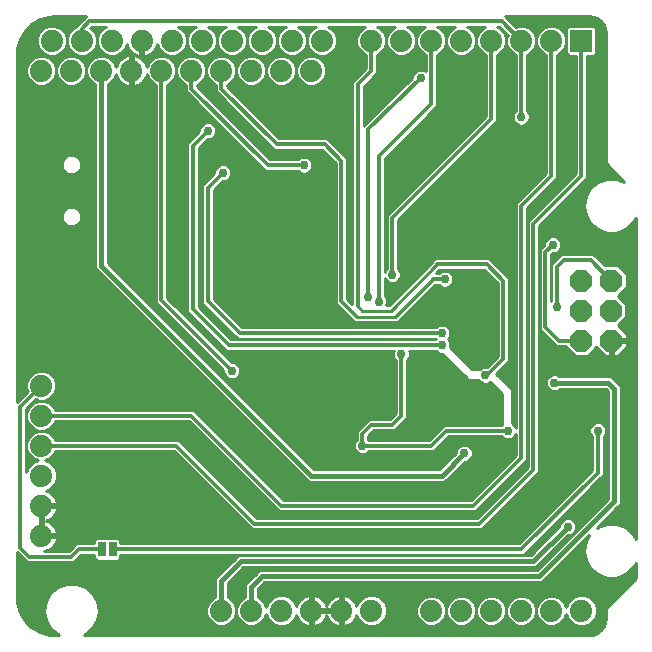
<source format=gbl>
G75*
%MOIN*%
%OFA0B0*%
%FSLAX25Y25*%
%IPPOS*%
%LPD*%
%AMOC8*
5,1,8,0,0,1.08239X$1,22.5*
%
%ADD10R,0.02500X0.05000*%
%ADD11C,0.07400*%
%ADD12R,0.07400X0.07400*%
%ADD13OC8,0.07400*%
%ADD14C,0.01600*%
%ADD15C,0.02978*%
%ADD16C,0.01200*%
%ADD17C,0.01000*%
D10*
X0034728Y0032750D03*
X0038272Y0032750D03*
D11*
X0014500Y0037250D03*
X0014500Y0047250D03*
X0014500Y0057250D03*
X0014500Y0067250D03*
X0014500Y0077250D03*
X0014500Y0087250D03*
X0074500Y0012250D03*
X0084500Y0012250D03*
X0094500Y0012250D03*
X0104500Y0012250D03*
X0114500Y0012250D03*
X0124500Y0012250D03*
X0144500Y0012250D03*
X0154500Y0012250D03*
X0164500Y0012250D03*
X0174500Y0012250D03*
X0184500Y0012250D03*
X0194500Y0012250D03*
X0104500Y0192250D03*
X0094500Y0192250D03*
X0084500Y0192250D03*
X0074500Y0192250D03*
X0064500Y0192250D03*
X0054500Y0192250D03*
X0044500Y0192250D03*
X0034500Y0192250D03*
X0024500Y0192250D03*
X0014500Y0192250D03*
X0018000Y0202250D03*
X0028000Y0202250D03*
X0038000Y0202250D03*
X0048000Y0202250D03*
X0058000Y0202250D03*
X0068000Y0202250D03*
X0078000Y0202250D03*
X0088000Y0202250D03*
X0098000Y0202250D03*
X0108000Y0202250D03*
X0124500Y0202250D03*
X0134500Y0202250D03*
X0144500Y0202250D03*
X0154500Y0202250D03*
X0164500Y0202250D03*
X0174500Y0202250D03*
X0184500Y0202250D03*
D12*
X0194500Y0202250D03*
D13*
X0194500Y0122250D03*
X0194500Y0112250D03*
X0194500Y0102250D03*
X0204500Y0102250D03*
X0204500Y0112250D03*
X0204500Y0122250D03*
D14*
X0203500Y0088250D02*
X0185500Y0088250D01*
X0203500Y0088250D02*
X0205500Y0086250D01*
X0205500Y0048750D01*
X0180500Y0023750D01*
X0088000Y0023750D01*
X0084500Y0020250D01*
X0084500Y0012250D01*
X0074500Y0012250D02*
X0074500Y0022250D01*
X0081000Y0028750D01*
X0178500Y0028750D01*
X0190000Y0040250D01*
X0155500Y0064750D02*
X0148000Y0057250D01*
X0104500Y0057250D01*
X0034500Y0127250D01*
X0034500Y0192250D01*
D15*
X0029500Y0182250D03*
X0019500Y0182250D03*
X0049500Y0177250D03*
X0049500Y0187250D03*
X0059500Y0187250D03*
X0069500Y0187250D03*
X0079500Y0187250D03*
X0070000Y0172250D03*
X0075500Y0170250D03*
X0075000Y0158250D03*
X0087000Y0147750D03*
X0102000Y0160750D03*
X0109500Y0162250D03*
X0115500Y0168250D03*
X0109500Y0182250D03*
X0100000Y0182250D03*
X0114500Y0192250D03*
X0129500Y0197250D03*
X0139500Y0197250D03*
X0141000Y0189750D03*
X0149500Y0197250D03*
X0159500Y0197250D03*
X0169500Y0197250D03*
X0179500Y0197250D03*
X0189000Y0196750D03*
X0189500Y0187250D03*
X0199500Y0177250D03*
X0199500Y0167250D03*
X0199500Y0162250D03*
X0189500Y0157250D03*
X0189500Y0167250D03*
X0179500Y0167250D03*
X0173500Y0168250D03*
X0174500Y0176750D03*
X0179500Y0157250D03*
X0173500Y0156250D03*
X0167500Y0140250D03*
X0167500Y0130750D03*
X0185000Y0134250D03*
X0189500Y0137250D03*
X0189500Y0144250D03*
X0208500Y0127250D03*
X0208500Y0107250D03*
X0189500Y0097250D03*
X0185500Y0088250D03*
X0184500Y0082250D03*
X0188500Y0082250D03*
X0200000Y0072250D03*
X0188500Y0067250D03*
X0199500Y0052250D03*
X0209500Y0047250D03*
X0190000Y0040250D03*
X0184500Y0047250D03*
X0174500Y0047250D03*
X0174500Y0037250D03*
X0164500Y0037250D03*
X0159500Y0017250D03*
X0149500Y0017250D03*
X0139500Y0017250D03*
X0129500Y0017250D03*
X0119500Y0017250D03*
X0109500Y0017250D03*
X0124500Y0037250D03*
X0129500Y0037250D03*
X0124500Y0052250D03*
X0114500Y0052250D03*
X0114500Y0062250D03*
X0121500Y0067250D03*
X0112000Y0080750D03*
X0099500Y0080750D03*
X0089500Y0080750D03*
X0078000Y0092250D03*
X0083000Y0096750D03*
X0089500Y0112250D03*
X0087000Y0122750D03*
X0087000Y0129750D03*
X0061500Y0135750D03*
X0050875Y0133625D03*
X0050875Y0125625D03*
X0061500Y0122750D03*
X0044500Y0107250D03*
X0044500Y0102250D03*
X0044500Y0092250D03*
X0044500Y0082250D03*
X0044500Y0072250D03*
X0044500Y0062250D03*
X0044500Y0052250D03*
X0044500Y0042250D03*
X0029500Y0042250D03*
X0029500Y0052250D03*
X0029500Y0062250D03*
X0029500Y0072250D03*
X0019500Y0072250D03*
X0029500Y0082250D03*
X0029500Y0092250D03*
X0029500Y0102250D03*
X0033500Y0107750D03*
X0033500Y0117750D03*
X0033500Y0123250D03*
X0014500Y0102250D03*
X0059500Y0092250D03*
X0064500Y0082250D03*
X0069500Y0064250D03*
X0059500Y0052250D03*
X0059500Y0042250D03*
X0079500Y0052250D03*
X0089500Y0037250D03*
X0099500Y0052250D03*
X0125000Y0091250D03*
X0134500Y0097750D03*
X0139500Y0097750D03*
X0139500Y0091250D03*
X0144500Y0091250D03*
X0148000Y0100750D03*
X0148000Y0104750D03*
X0139500Y0110250D03*
X0149000Y0117750D03*
X0149000Y0122750D03*
X0141000Y0137250D03*
X0131500Y0124250D03*
X0123500Y0116750D03*
X0127000Y0115250D03*
X0118000Y0107750D03*
X0104500Y0097750D03*
X0155500Y0064750D03*
X0170000Y0072250D03*
X0162500Y0084250D03*
X0162500Y0090750D03*
X0171000Y0090250D03*
X0164500Y0101250D03*
X0186500Y0113375D03*
X0136000Y0156250D03*
X0136000Y0168250D03*
X0059500Y0177250D03*
X0046875Y0148625D03*
X0046875Y0145625D03*
X0026875Y0148625D03*
X0026875Y0152125D03*
X0019500Y0022250D03*
X0044500Y0022250D03*
X0044500Y0012250D03*
X0059500Y0012250D03*
X0059500Y0022250D03*
X0169500Y0017250D03*
X0179500Y0017250D03*
X0189500Y0017250D03*
X0199500Y0022250D03*
D16*
X0174500Y0032750D02*
X0200000Y0058250D01*
X0200000Y0072250D01*
X0178500Y0059250D02*
X0178500Y0141250D01*
X0194500Y0157250D01*
X0194500Y0202250D01*
X0184500Y0202250D02*
X0184500Y0157250D01*
X0174500Y0147250D01*
X0174500Y0063250D01*
X0158500Y0047250D01*
X0104500Y0047250D01*
X0094500Y0047250D01*
X0064500Y0077250D01*
X0014500Y0077250D01*
X0007500Y0080250D02*
X0007500Y0033250D01*
X0010500Y0030250D01*
X0024500Y0030250D01*
X0027000Y0032750D01*
X0034728Y0032750D01*
X0038272Y0032750D02*
X0174500Y0032750D01*
X0160500Y0041250D02*
X0178500Y0059250D01*
X0170000Y0072250D02*
X0149500Y0072250D01*
X0144500Y0067250D01*
X0121500Y0067250D01*
X0121500Y0071250D01*
X0124500Y0074250D01*
X0131500Y0074250D01*
X0134500Y0077250D01*
X0134500Y0097750D01*
X0148000Y0100750D02*
X0077000Y0100750D01*
X0065000Y0112750D01*
X0065000Y0167250D01*
X0070000Y0172250D01*
X0075000Y0158250D02*
X0070000Y0153250D01*
X0070000Y0115500D01*
X0080750Y0104750D01*
X0148000Y0104750D01*
X0162500Y0090750D02*
X0163000Y0090750D01*
X0168500Y0096250D01*
X0168500Y0122250D01*
X0163000Y0127750D01*
X0146500Y0127750D01*
X0145000Y0122750D02*
X0149000Y0122750D01*
X0131500Y0124250D02*
X0131500Y0143250D01*
X0164500Y0176250D01*
X0164500Y0202250D01*
X0168000Y0208750D02*
X0174500Y0202250D01*
X0174500Y0176750D01*
X0144500Y0181250D02*
X0144500Y0202250D01*
X0141000Y0189750D02*
X0123500Y0172750D01*
X0123500Y0116750D01*
X0127000Y0115250D02*
X0127000Y0163750D01*
X0144500Y0181250D01*
X0124500Y0192250D02*
X0124500Y0202250D01*
X0124500Y0192250D02*
X0120000Y0187750D01*
X0120000Y0113750D01*
X0119625Y0110250D02*
X0114500Y0115375D01*
X0114500Y0162250D01*
X0109000Y0167750D01*
X0093000Y0167750D01*
X0074500Y0186250D01*
X0074500Y0192250D01*
X0064500Y0192250D02*
X0064500Y0186250D01*
X0090000Y0160750D01*
X0102000Y0160750D01*
X0054500Y0192250D02*
X0054500Y0115750D01*
X0078000Y0092250D01*
X0059500Y0067250D02*
X0014500Y0067250D01*
X0007500Y0080250D02*
X0014500Y0087250D01*
X0059500Y0067250D02*
X0085500Y0041250D01*
X0100500Y0041250D01*
X0160500Y0041250D01*
X0187000Y0102250D02*
X0194500Y0102250D01*
X0194500Y0102225D02*
X0194475Y0102250D01*
X0187000Y0102250D02*
X0182500Y0106750D01*
X0182500Y0131750D01*
X0185000Y0134250D01*
X0188875Y0129125D02*
X0186500Y0126750D01*
X0186500Y0113375D01*
X0188875Y0129125D02*
X0197600Y0129125D01*
X0204500Y0122225D01*
X0168000Y0208750D02*
X0030500Y0208750D01*
X0028000Y0206250D01*
X0028000Y0202250D01*
D17*
X0007332Y0011707D02*
X0008930Y0008940D01*
X0011190Y0006680D01*
X0013957Y0005082D01*
X0017044Y0004255D01*
X0018642Y0004150D01*
X0020440Y0004150D01*
X0019931Y0004336D01*
X0019931Y0004336D01*
X0017499Y0006376D01*
X0017499Y0006376D01*
X0015912Y0009124D01*
X0015912Y0009124D01*
X0015361Y0012250D01*
X0015361Y0012250D01*
X0015912Y0015376D01*
X0015912Y0015376D01*
X0017499Y0018124D01*
X0017499Y0018124D01*
X0017499Y0018124D01*
X0019931Y0020164D01*
X0019931Y0020164D01*
X0022913Y0021250D01*
X0026087Y0021250D01*
X0029069Y0020164D01*
X0029069Y0020164D01*
X0031501Y0018124D01*
X0031501Y0018124D01*
X0033088Y0015376D01*
X0033088Y0015376D01*
X0033639Y0012250D01*
X0033639Y0012250D01*
X0033088Y0009124D01*
X0033088Y0009124D01*
X0031501Y0006376D01*
X0031501Y0006376D01*
X0031501Y0006376D01*
X0029069Y0004336D01*
X0029069Y0004336D01*
X0028560Y0004150D01*
X0197429Y0004150D01*
X0198238Y0004214D01*
X0199777Y0004714D01*
X0201085Y0005665D01*
X0202036Y0006973D01*
X0202536Y0008512D01*
X0202600Y0009321D01*
X0202600Y0013037D01*
X0212600Y0023037D01*
X0212600Y0028280D01*
X0211501Y0026376D01*
X0211501Y0026376D01*
X0211501Y0026376D01*
X0209069Y0024336D01*
X0209069Y0024336D01*
X0206087Y0023250D01*
X0202913Y0023250D01*
X0199931Y0024336D01*
X0199931Y0024336D01*
X0197499Y0026376D01*
X0197499Y0026376D01*
X0195912Y0029124D01*
X0195361Y0032250D01*
X0195912Y0035376D01*
X0197028Y0037308D01*
X0181370Y0021650D01*
X0088870Y0021650D01*
X0086600Y0019380D01*
X0086600Y0016792D01*
X0087332Y0016489D01*
X0088739Y0015082D01*
X0089392Y0013506D01*
X0090092Y0015196D01*
X0091554Y0016658D01*
X0093466Y0017450D01*
X0095534Y0017450D01*
X0097446Y0016658D01*
X0098908Y0015196D01*
X0099514Y0013733D01*
X0099681Y0014246D01*
X0100053Y0014975D01*
X0100534Y0015638D01*
X0101112Y0016216D01*
X0101775Y0016697D01*
X0102504Y0017069D01*
X0103282Y0017322D01*
X0104000Y0017436D01*
X0104000Y0012750D01*
X0105000Y0012750D01*
X0105000Y0017436D01*
X0105718Y0017322D01*
X0106496Y0017069D01*
X0107225Y0016697D01*
X0107888Y0016216D01*
X0108466Y0015638D01*
X0108947Y0014975D01*
X0109319Y0014246D01*
X0109500Y0013689D01*
X0109681Y0014246D01*
X0110053Y0014975D01*
X0110534Y0015638D01*
X0111112Y0016216D01*
X0111775Y0016697D01*
X0112504Y0017069D01*
X0113282Y0017322D01*
X0114000Y0017436D01*
X0114000Y0012750D01*
X0115000Y0012750D01*
X0115000Y0017436D01*
X0115718Y0017322D01*
X0116496Y0017069D01*
X0117225Y0016697D01*
X0117888Y0016216D01*
X0118466Y0015638D01*
X0118947Y0014975D01*
X0119319Y0014246D01*
X0119486Y0013733D01*
X0120092Y0015196D01*
X0121554Y0016658D01*
X0123466Y0017450D01*
X0125534Y0017450D01*
X0127446Y0016658D01*
X0128908Y0015196D01*
X0129700Y0013284D01*
X0129700Y0011216D01*
X0128908Y0009304D01*
X0127446Y0007842D01*
X0125534Y0007050D01*
X0123466Y0007050D01*
X0121554Y0007842D01*
X0120092Y0009304D01*
X0119486Y0010767D01*
X0119319Y0010254D01*
X0118947Y0009525D01*
X0118466Y0008862D01*
X0117888Y0008284D01*
X0117225Y0007803D01*
X0116496Y0007431D01*
X0115718Y0007178D01*
X0115000Y0007064D01*
X0115000Y0011750D01*
X0114000Y0011750D01*
X0114000Y0007064D01*
X0113282Y0007178D01*
X0112504Y0007431D01*
X0111775Y0007803D01*
X0111112Y0008284D01*
X0110534Y0008862D01*
X0110053Y0009525D01*
X0109681Y0010254D01*
X0109500Y0010811D01*
X0109319Y0010254D01*
X0108947Y0009525D01*
X0108466Y0008862D01*
X0107888Y0008284D01*
X0107225Y0007803D01*
X0106496Y0007431D01*
X0105718Y0007178D01*
X0105000Y0007064D01*
X0105000Y0011750D01*
X0105000Y0012750D01*
X0114000Y0012750D01*
X0114000Y0011750D01*
X0109686Y0011750D01*
X0105000Y0011750D01*
X0104000Y0011750D01*
X0104000Y0007064D01*
X0103282Y0007178D01*
X0102504Y0007431D01*
X0101775Y0007803D01*
X0101112Y0008284D01*
X0100534Y0008862D01*
X0100053Y0009525D01*
X0099681Y0010254D01*
X0099514Y0010767D01*
X0098908Y0009304D01*
X0097446Y0007842D01*
X0095534Y0007050D01*
X0093466Y0007050D01*
X0091554Y0007842D01*
X0090092Y0009304D01*
X0089392Y0010994D01*
X0088739Y0009418D01*
X0087332Y0008011D01*
X0085495Y0007250D01*
X0083505Y0007250D01*
X0081668Y0008011D01*
X0080261Y0009418D01*
X0079500Y0011255D01*
X0078739Y0009418D01*
X0077332Y0008011D01*
X0075495Y0007250D01*
X0073505Y0007250D01*
X0071668Y0008011D01*
X0070261Y0009418D01*
X0069500Y0011255D01*
X0069500Y0013245D01*
X0070261Y0015082D01*
X0071668Y0016489D01*
X0072400Y0016792D01*
X0072400Y0023120D01*
X0078900Y0029620D01*
X0080130Y0030850D01*
X0177630Y0030850D01*
X0187211Y0040431D01*
X0187211Y0040805D01*
X0187636Y0041830D01*
X0188420Y0042614D01*
X0189445Y0043039D01*
X0190555Y0043039D01*
X0191580Y0042614D01*
X0192364Y0041830D01*
X0192789Y0040805D01*
X0192789Y0039695D01*
X0192364Y0038670D01*
X0191580Y0037886D01*
X0190555Y0037461D01*
X0190181Y0037461D01*
X0179370Y0026650D01*
X0081870Y0026650D01*
X0076600Y0021380D01*
X0076600Y0016792D01*
X0077332Y0016489D01*
X0078739Y0015082D01*
X0079500Y0013245D01*
X0079500Y0011255D01*
X0079500Y0013245D01*
X0080261Y0015082D01*
X0081668Y0016489D01*
X0082400Y0016792D01*
X0082400Y0021120D01*
X0085900Y0024620D01*
X0087130Y0025850D01*
X0179630Y0025850D01*
X0203400Y0049620D01*
X0203400Y0085380D01*
X0202630Y0086150D01*
X0187344Y0086150D01*
X0187080Y0085886D01*
X0186055Y0085461D01*
X0184945Y0085461D01*
X0183920Y0085886D01*
X0183136Y0086670D01*
X0182711Y0087695D01*
X0182711Y0088805D01*
X0183136Y0089830D01*
X0183920Y0090614D01*
X0184945Y0091039D01*
X0186055Y0091039D01*
X0187080Y0090614D01*
X0187344Y0090350D01*
X0204370Y0090350D01*
X0205600Y0089120D01*
X0207600Y0087120D01*
X0207600Y0047880D01*
X0206370Y0046650D01*
X0199643Y0039923D01*
X0199931Y0040164D01*
X0199931Y0040164D01*
X0202913Y0041250D01*
X0206087Y0041250D01*
X0209069Y0040164D01*
X0209069Y0040164D01*
X0211501Y0038124D01*
X0211501Y0038124D01*
X0212600Y0036220D01*
X0212600Y0143280D01*
X0211501Y0141376D01*
X0211501Y0141376D01*
X0211501Y0141376D01*
X0209069Y0139336D01*
X0209069Y0139336D01*
X0206087Y0138250D01*
X0202913Y0138250D01*
X0199931Y0139336D01*
X0199931Y0139336D01*
X0197499Y0141376D01*
X0197499Y0141376D01*
X0195912Y0144124D01*
X0195912Y0144124D01*
X0195361Y0147250D01*
X0195361Y0147250D01*
X0195912Y0150376D01*
X0195912Y0150376D01*
X0197499Y0153124D01*
X0197499Y0153124D01*
X0197499Y0153124D01*
X0199931Y0155164D01*
X0199931Y0155164D01*
X0202913Y0156250D01*
X0206087Y0156250D01*
X0208801Y0155262D01*
X0202600Y0161463D01*
X0202600Y0205179D01*
X0202536Y0205988D01*
X0202036Y0207527D01*
X0201085Y0208835D01*
X0199777Y0209786D01*
X0198238Y0210286D01*
X0197429Y0210350D01*
X0169087Y0210350D01*
X0172573Y0206864D01*
X0173505Y0207250D01*
X0175495Y0207250D01*
X0177332Y0206489D01*
X0178739Y0205082D01*
X0179500Y0203245D01*
X0179500Y0201255D01*
X0178739Y0199418D01*
X0177332Y0198011D01*
X0176400Y0197625D01*
X0176400Y0178794D01*
X0176864Y0178330D01*
X0177289Y0177305D01*
X0177289Y0176195D01*
X0176864Y0175170D01*
X0176080Y0174386D01*
X0175055Y0173961D01*
X0173945Y0173961D01*
X0172920Y0174386D01*
X0172136Y0175170D01*
X0171711Y0176195D01*
X0171711Y0177305D01*
X0172136Y0178330D01*
X0172600Y0178794D01*
X0172600Y0197625D01*
X0171668Y0198011D01*
X0170261Y0199418D01*
X0169500Y0201255D01*
X0169500Y0203245D01*
X0169886Y0204177D01*
X0167213Y0206850D01*
X0166460Y0206850D01*
X0167332Y0206489D01*
X0168739Y0205082D01*
X0169500Y0203245D01*
X0169500Y0201255D01*
X0168739Y0199418D01*
X0167332Y0198011D01*
X0166400Y0197625D01*
X0166400Y0175463D01*
X0165287Y0174350D01*
X0133400Y0142463D01*
X0133400Y0126294D01*
X0133864Y0125830D01*
X0134289Y0124805D01*
X0134289Y0123695D01*
X0133864Y0122670D01*
X0133080Y0121886D01*
X0132055Y0121461D01*
X0130945Y0121461D01*
X0129920Y0121886D01*
X0129136Y0122670D01*
X0128900Y0123239D01*
X0128900Y0117294D01*
X0129364Y0116830D01*
X0129789Y0115805D01*
X0129789Y0114695D01*
X0129522Y0114050D01*
X0130254Y0114050D01*
X0144600Y0128396D01*
X0144600Y0128537D01*
X0145713Y0129650D01*
X0163787Y0129650D01*
X0164900Y0128537D01*
X0164900Y0128537D01*
X0170400Y0123037D01*
X0170400Y0095463D01*
X0166152Y0091215D01*
X0170620Y0086747D01*
X0171497Y0085870D01*
X0171497Y0074649D01*
X0171580Y0074614D01*
X0172364Y0073830D01*
X0172600Y0073261D01*
X0172600Y0148037D01*
X0182600Y0158037D01*
X0182600Y0197625D01*
X0181668Y0198011D01*
X0180261Y0199418D01*
X0179500Y0201255D01*
X0179500Y0203245D01*
X0180261Y0205082D01*
X0181668Y0206489D01*
X0183505Y0207250D01*
X0185495Y0207250D01*
X0187332Y0206489D01*
X0188739Y0205082D01*
X0189500Y0203245D01*
X0189500Y0201255D01*
X0188739Y0199418D01*
X0187332Y0198011D01*
X0186400Y0197625D01*
X0186400Y0156463D01*
X0185287Y0155350D01*
X0176400Y0146463D01*
X0176400Y0062463D01*
X0175287Y0061350D01*
X0159287Y0045350D01*
X0093713Y0045350D01*
X0063713Y0075350D01*
X0019125Y0075350D01*
X0018739Y0074418D01*
X0017332Y0073011D01*
X0015495Y0072250D01*
X0013505Y0072250D01*
X0011668Y0073011D01*
X0010261Y0074418D01*
X0009500Y0076255D01*
X0009500Y0078245D01*
X0010261Y0080082D01*
X0011668Y0081489D01*
X0013505Y0082250D01*
X0015495Y0082250D01*
X0017332Y0081489D01*
X0018739Y0080082D01*
X0019125Y0079150D01*
X0065287Y0079150D01*
X0066400Y0078037D01*
X0095287Y0049150D01*
X0157713Y0049150D01*
X0172600Y0064037D01*
X0172600Y0071239D01*
X0172364Y0070670D01*
X0171580Y0069886D01*
X0170555Y0069461D01*
X0169445Y0069461D01*
X0168420Y0069886D01*
X0167956Y0070350D01*
X0150287Y0070350D01*
X0146400Y0066463D01*
X0145287Y0065350D01*
X0123544Y0065350D01*
X0123080Y0064886D01*
X0122055Y0064461D01*
X0120945Y0064461D01*
X0119920Y0064886D01*
X0119136Y0065670D01*
X0118711Y0066695D01*
X0118711Y0067805D01*
X0119136Y0068830D01*
X0119600Y0069294D01*
X0119600Y0072037D01*
X0123713Y0076150D01*
X0130713Y0076150D01*
X0132600Y0078037D01*
X0132600Y0095706D01*
X0132136Y0096170D01*
X0131711Y0097195D01*
X0131711Y0098305D01*
X0131937Y0098850D01*
X0076213Y0098850D01*
X0063100Y0111963D01*
X0063100Y0168037D01*
X0064213Y0169150D01*
X0067211Y0172148D01*
X0067211Y0172805D01*
X0067636Y0173830D01*
X0068420Y0174614D01*
X0069445Y0175039D01*
X0070555Y0175039D01*
X0071580Y0174614D01*
X0072364Y0173830D01*
X0072789Y0172805D01*
X0072789Y0171695D01*
X0072364Y0170670D01*
X0071580Y0169886D01*
X0070555Y0169461D01*
X0069898Y0169461D01*
X0066900Y0166463D01*
X0066900Y0113537D01*
X0077787Y0102650D01*
X0145956Y0102650D01*
X0146056Y0102750D01*
X0145956Y0102850D01*
X0079963Y0102850D01*
X0069213Y0113600D01*
X0068100Y0114713D01*
X0068100Y0154037D01*
X0072211Y0158148D01*
X0072211Y0158805D01*
X0072636Y0159830D01*
X0073420Y0160614D01*
X0074445Y0161039D01*
X0075555Y0161039D01*
X0076580Y0160614D01*
X0077364Y0159830D01*
X0077789Y0158805D01*
X0077789Y0157695D01*
X0077364Y0156670D01*
X0076580Y0155886D01*
X0075555Y0155461D01*
X0074898Y0155461D01*
X0071900Y0152463D01*
X0071900Y0116287D01*
X0081537Y0106650D01*
X0145956Y0106650D01*
X0146420Y0107114D01*
X0147445Y0107539D01*
X0148555Y0107539D01*
X0149580Y0107114D01*
X0150364Y0106330D01*
X0150789Y0105305D01*
X0150789Y0104195D01*
X0150364Y0103170D01*
X0149944Y0102750D01*
X0150364Y0102330D01*
X0150789Y0101305D01*
X0150789Y0100195D01*
X0150755Y0100112D01*
X0151497Y0099370D01*
X0158120Y0092747D01*
X0160553Y0092747D01*
X0160920Y0093114D01*
X0161945Y0093539D01*
X0163055Y0093539D01*
X0163088Y0093525D01*
X0166600Y0097037D01*
X0166600Y0121463D01*
X0162213Y0125850D01*
X0147146Y0125850D01*
X0145946Y0124650D01*
X0146956Y0124650D01*
X0147420Y0125114D01*
X0148445Y0125539D01*
X0149555Y0125539D01*
X0150580Y0125114D01*
X0151364Y0124330D01*
X0151789Y0123305D01*
X0151789Y0122195D01*
X0151364Y0121170D01*
X0150580Y0120386D01*
X0149555Y0119961D01*
X0148445Y0119961D01*
X0147420Y0120386D01*
X0146956Y0120850D01*
X0145646Y0120850D01*
X0133246Y0108450D01*
X0120512Y0108450D01*
X0120412Y0108350D01*
X0118838Y0108350D01*
X0113713Y0113475D01*
X0113713Y0113475D01*
X0112600Y0114588D01*
X0112600Y0161463D01*
X0108213Y0165850D01*
X0092213Y0165850D01*
X0073713Y0184350D01*
X0072600Y0185463D01*
X0072600Y0187625D01*
X0071668Y0188011D01*
X0070261Y0189418D01*
X0069500Y0191255D01*
X0068739Y0189418D01*
X0067332Y0188011D01*
X0066400Y0187625D01*
X0066400Y0187037D01*
X0090787Y0162650D01*
X0099956Y0162650D01*
X0100420Y0163114D01*
X0101445Y0163539D01*
X0102555Y0163539D01*
X0103580Y0163114D01*
X0104364Y0162330D01*
X0104789Y0161305D01*
X0104789Y0160195D01*
X0104364Y0159170D01*
X0103580Y0158386D01*
X0102555Y0157961D01*
X0101445Y0157961D01*
X0100420Y0158386D01*
X0099956Y0158850D01*
X0089213Y0158850D01*
X0063713Y0184350D01*
X0062600Y0185463D01*
X0062600Y0187625D01*
X0061668Y0188011D01*
X0060261Y0189418D01*
X0059500Y0191255D01*
X0059500Y0193245D01*
X0060261Y0195082D01*
X0061668Y0196489D01*
X0063505Y0197250D01*
X0065495Y0197250D01*
X0067332Y0196489D01*
X0068739Y0195082D01*
X0069500Y0193245D01*
X0069500Y0191255D01*
X0069500Y0193245D01*
X0070261Y0195082D01*
X0071668Y0196489D01*
X0073505Y0197250D01*
X0075495Y0197250D01*
X0077332Y0196489D01*
X0078739Y0195082D01*
X0079500Y0193245D01*
X0079500Y0191255D01*
X0080261Y0189418D01*
X0081668Y0188011D01*
X0083505Y0187250D01*
X0085495Y0187250D01*
X0087332Y0188011D01*
X0088739Y0189418D01*
X0089500Y0191255D01*
X0090261Y0189418D01*
X0091668Y0188011D01*
X0093505Y0187250D01*
X0095495Y0187250D01*
X0097332Y0188011D01*
X0098739Y0189418D01*
X0099500Y0191255D01*
X0100261Y0189418D01*
X0101668Y0188011D01*
X0103505Y0187250D01*
X0105495Y0187250D01*
X0107332Y0188011D01*
X0108739Y0189418D01*
X0109500Y0191255D01*
X0109500Y0193245D01*
X0108739Y0195082D01*
X0107332Y0196489D01*
X0105495Y0197250D01*
X0103505Y0197250D01*
X0101668Y0196489D01*
X0100261Y0195082D01*
X0099500Y0193245D01*
X0099500Y0191255D01*
X0099500Y0193245D01*
X0098739Y0195082D01*
X0097332Y0196489D01*
X0095495Y0197250D01*
X0093505Y0197250D01*
X0091668Y0196489D01*
X0090261Y0195082D01*
X0089500Y0193245D01*
X0089500Y0191255D01*
X0089500Y0193245D01*
X0088739Y0195082D01*
X0087332Y0196489D01*
X0085495Y0197250D01*
X0083505Y0197250D01*
X0081668Y0196489D01*
X0080261Y0195082D01*
X0079500Y0193245D01*
X0079500Y0191255D01*
X0078739Y0189418D01*
X0077332Y0188011D01*
X0076400Y0187625D01*
X0076400Y0187037D01*
X0093787Y0169650D01*
X0109787Y0169650D01*
X0110900Y0168537D01*
X0110900Y0168537D01*
X0115287Y0164150D01*
X0115287Y0164150D01*
X0116400Y0163037D01*
X0116400Y0116162D01*
X0118100Y0114462D01*
X0118100Y0188537D01*
X0122600Y0193037D01*
X0122600Y0197625D01*
X0121668Y0198011D01*
X0120261Y0199418D01*
X0119500Y0201255D01*
X0119500Y0203245D01*
X0120261Y0205082D01*
X0121668Y0206489D01*
X0122540Y0206850D01*
X0109960Y0206850D01*
X0110832Y0206489D01*
X0112239Y0205082D01*
X0113000Y0203245D01*
X0113000Y0201255D01*
X0112239Y0199418D01*
X0110832Y0198011D01*
X0108995Y0197250D01*
X0107005Y0197250D01*
X0105168Y0198011D01*
X0103761Y0199418D01*
X0103000Y0201255D01*
X0103000Y0203245D01*
X0103761Y0205082D01*
X0105168Y0206489D01*
X0106040Y0206850D01*
X0099960Y0206850D01*
X0100832Y0206489D01*
X0102239Y0205082D01*
X0103000Y0203245D01*
X0103000Y0201255D01*
X0102239Y0199418D01*
X0100832Y0198011D01*
X0098995Y0197250D01*
X0097005Y0197250D01*
X0095168Y0198011D01*
X0093761Y0199418D01*
X0093000Y0201255D01*
X0093000Y0203245D01*
X0093761Y0205082D01*
X0095168Y0206489D01*
X0096040Y0206850D01*
X0089960Y0206850D01*
X0090832Y0206489D01*
X0092239Y0205082D01*
X0093000Y0203245D01*
X0093000Y0201255D01*
X0092239Y0199418D01*
X0090832Y0198011D01*
X0088995Y0197250D01*
X0087005Y0197250D01*
X0085168Y0198011D01*
X0083761Y0199418D01*
X0083000Y0201255D01*
X0083000Y0203245D01*
X0083761Y0205082D01*
X0085168Y0206489D01*
X0086040Y0206850D01*
X0079960Y0206850D01*
X0080832Y0206489D01*
X0082239Y0205082D01*
X0083000Y0203245D01*
X0083000Y0201255D01*
X0082239Y0199418D01*
X0080832Y0198011D01*
X0078995Y0197250D01*
X0077005Y0197250D01*
X0075168Y0198011D01*
X0073761Y0199418D01*
X0073000Y0201255D01*
X0073000Y0203245D01*
X0073761Y0205082D01*
X0075168Y0206489D01*
X0076040Y0206850D01*
X0069960Y0206850D01*
X0070832Y0206489D01*
X0072239Y0205082D01*
X0073000Y0203245D01*
X0073000Y0201255D01*
X0072239Y0199418D01*
X0070832Y0198011D01*
X0068995Y0197250D01*
X0067005Y0197250D01*
X0065168Y0198011D01*
X0063761Y0199418D01*
X0063000Y0201255D01*
X0063000Y0203245D01*
X0063761Y0205082D01*
X0065168Y0206489D01*
X0066040Y0206850D01*
X0059960Y0206850D01*
X0060832Y0206489D01*
X0062239Y0205082D01*
X0063000Y0203245D01*
X0063000Y0201255D01*
X0062239Y0199418D01*
X0060832Y0198011D01*
X0058995Y0197250D01*
X0057005Y0197250D01*
X0055168Y0198011D01*
X0053761Y0199418D01*
X0053078Y0201068D01*
X0053072Y0201032D01*
X0052819Y0200254D01*
X0052447Y0199525D01*
X0051966Y0198862D01*
X0051388Y0198284D01*
X0050725Y0197803D01*
X0049996Y0197431D01*
X0049218Y0197178D01*
X0048500Y0197064D01*
X0048500Y0201750D01*
X0047500Y0201750D01*
X0047500Y0197064D01*
X0046782Y0197178D01*
X0046004Y0197431D01*
X0045275Y0197803D01*
X0044612Y0198284D01*
X0044034Y0198862D01*
X0043553Y0199525D01*
X0043181Y0200254D01*
X0042928Y0201032D01*
X0042922Y0201068D01*
X0042239Y0199418D01*
X0040832Y0198011D01*
X0038995Y0197250D01*
X0037005Y0197250D01*
X0035168Y0198011D01*
X0033761Y0199418D01*
X0033000Y0201255D01*
X0033000Y0203245D01*
X0033761Y0205082D01*
X0035168Y0206489D01*
X0036040Y0206850D01*
X0031287Y0206850D01*
X0030879Y0206442D01*
X0032239Y0205082D01*
X0033000Y0203245D01*
X0033000Y0201255D01*
X0032239Y0199418D01*
X0030832Y0198011D01*
X0028995Y0197250D01*
X0027005Y0197250D01*
X0025168Y0198011D01*
X0023761Y0199418D01*
X0023000Y0201255D01*
X0022239Y0199418D01*
X0020832Y0198011D01*
X0018995Y0197250D01*
X0017005Y0197250D01*
X0015168Y0198011D01*
X0013761Y0199418D01*
X0013000Y0201255D01*
X0013000Y0203245D01*
X0013761Y0205082D01*
X0015168Y0206489D01*
X0017005Y0207250D01*
X0018995Y0207250D01*
X0020832Y0206489D01*
X0022239Y0205082D01*
X0023000Y0203245D01*
X0023000Y0201255D01*
X0023000Y0203245D01*
X0023761Y0205082D01*
X0025168Y0206489D01*
X0026100Y0206875D01*
X0026100Y0207037D01*
X0028600Y0209537D01*
X0029413Y0210350D01*
X0018642Y0210350D01*
X0017044Y0210245D01*
X0013957Y0209418D01*
X0011190Y0207820D01*
X0008930Y0205560D01*
X0007332Y0202793D01*
X0006505Y0199706D01*
X0006400Y0198108D01*
X0006400Y0081837D01*
X0006713Y0082150D01*
X0009886Y0085323D01*
X0009500Y0086255D01*
X0009500Y0088245D01*
X0010261Y0090082D01*
X0011668Y0091489D01*
X0013505Y0092250D01*
X0015495Y0092250D01*
X0017332Y0091489D01*
X0018739Y0090082D01*
X0019500Y0088245D01*
X0019500Y0086255D01*
X0018739Y0084418D01*
X0017332Y0083011D01*
X0015495Y0082250D01*
X0013505Y0082250D01*
X0012573Y0082636D01*
X0009400Y0079463D01*
X0009400Y0058526D01*
X0010092Y0060196D01*
X0011554Y0061658D01*
X0013244Y0062358D01*
X0011668Y0063011D01*
X0010261Y0064418D01*
X0009500Y0066255D01*
X0009500Y0068245D01*
X0010261Y0070082D01*
X0011668Y0071489D01*
X0013505Y0072250D01*
X0015495Y0072250D01*
X0017332Y0071489D01*
X0018739Y0070082D01*
X0019125Y0069150D01*
X0060287Y0069150D01*
X0061400Y0068037D01*
X0086287Y0043150D01*
X0159713Y0043150D01*
X0176600Y0060037D01*
X0176600Y0142037D01*
X0192600Y0158037D01*
X0192600Y0197250D01*
X0190262Y0197250D01*
X0189500Y0198012D01*
X0189500Y0206488D01*
X0190262Y0207250D01*
X0198738Y0207250D01*
X0199500Y0206488D01*
X0199500Y0198012D01*
X0198738Y0197250D01*
X0196400Y0197250D01*
X0196400Y0156463D01*
X0195287Y0155350D01*
X0180400Y0140463D01*
X0180400Y0058463D01*
X0179287Y0057350D01*
X0161287Y0039350D01*
X0084713Y0039350D01*
X0058713Y0065350D01*
X0019125Y0065350D01*
X0018739Y0064418D01*
X0017332Y0063011D01*
X0015756Y0062358D01*
X0017446Y0061658D01*
X0018908Y0060196D01*
X0019700Y0058284D01*
X0019700Y0056216D01*
X0018908Y0054304D01*
X0017446Y0052842D01*
X0015983Y0052236D01*
X0016496Y0052069D01*
X0017225Y0051697D01*
X0017888Y0051216D01*
X0018466Y0050638D01*
X0018947Y0049975D01*
X0019319Y0049246D01*
X0019572Y0048468D01*
X0019686Y0047750D01*
X0015000Y0047750D01*
X0015000Y0046750D01*
X0019686Y0046750D01*
X0019572Y0046032D01*
X0019319Y0045254D01*
X0018947Y0044525D01*
X0018466Y0043862D01*
X0017888Y0043284D01*
X0017225Y0042803D01*
X0016496Y0042431D01*
X0015939Y0042250D01*
X0016496Y0042069D01*
X0017225Y0041697D01*
X0017888Y0041216D01*
X0018466Y0040638D01*
X0018947Y0039975D01*
X0019319Y0039246D01*
X0019572Y0038468D01*
X0019686Y0037750D01*
X0015000Y0037750D01*
X0015000Y0036750D01*
X0019686Y0036750D01*
X0019572Y0036032D01*
X0019319Y0035254D01*
X0018947Y0034525D01*
X0018466Y0033862D01*
X0017888Y0033284D01*
X0017225Y0032803D01*
X0016496Y0032431D01*
X0015718Y0032178D01*
X0015541Y0032150D01*
X0023713Y0032150D01*
X0025100Y0033537D01*
X0026213Y0034650D01*
X0032178Y0034650D01*
X0032178Y0035788D01*
X0032940Y0036550D01*
X0040060Y0036550D01*
X0040822Y0035788D01*
X0040822Y0034650D01*
X0173713Y0034650D01*
X0198100Y0059037D01*
X0198100Y0070206D01*
X0197636Y0070670D01*
X0197211Y0071695D01*
X0197211Y0072805D01*
X0197636Y0073830D01*
X0198420Y0074614D01*
X0199445Y0075039D01*
X0200555Y0075039D01*
X0201580Y0074614D01*
X0202364Y0073830D01*
X0202789Y0072805D01*
X0202789Y0071695D01*
X0202364Y0070670D01*
X0201900Y0070206D01*
X0201900Y0057463D01*
X0200787Y0056350D01*
X0175287Y0030850D01*
X0040822Y0030850D01*
X0040822Y0029712D01*
X0040060Y0028950D01*
X0032940Y0028950D01*
X0032178Y0029712D01*
X0032178Y0030850D01*
X0027787Y0030850D01*
X0025287Y0028350D01*
X0009713Y0028350D01*
X0008600Y0029463D01*
X0006400Y0031663D01*
X0006400Y0016392D01*
X0006505Y0014794D01*
X0007332Y0011707D01*
X0007604Y0011237D02*
X0015540Y0011237D01*
X0015364Y0012235D02*
X0007190Y0012235D01*
X0006923Y0013234D02*
X0015535Y0013234D01*
X0015711Y0014232D02*
X0006655Y0014232D01*
X0006476Y0015231D02*
X0015887Y0015231D01*
X0016405Y0016229D02*
X0006411Y0016229D01*
X0006400Y0017228D02*
X0016982Y0017228D01*
X0017621Y0018226D02*
X0006400Y0018226D01*
X0006400Y0019225D02*
X0018811Y0019225D01*
X0020092Y0020223D02*
X0006400Y0020223D01*
X0006400Y0021222D02*
X0022835Y0021222D01*
X0026165Y0021222D02*
X0072400Y0021222D01*
X0072400Y0022220D02*
X0006400Y0022220D01*
X0006400Y0023219D02*
X0072499Y0023219D01*
X0073497Y0024217D02*
X0006400Y0024217D01*
X0006400Y0025216D02*
X0074496Y0025216D01*
X0075494Y0026214D02*
X0006400Y0026214D01*
X0006400Y0027213D02*
X0076493Y0027213D01*
X0077491Y0028211D02*
X0006400Y0028211D01*
X0006400Y0029210D02*
X0008853Y0029210D01*
X0007855Y0030208D02*
X0006400Y0030208D01*
X0006400Y0031207D02*
X0006856Y0031207D01*
X0015802Y0032205D02*
X0023768Y0032205D01*
X0024767Y0033204D02*
X0017778Y0033204D01*
X0018713Y0034202D02*
X0025765Y0034202D01*
X0027145Y0030208D02*
X0032178Y0030208D01*
X0032680Y0029210D02*
X0026147Y0029210D01*
X0032178Y0035201D02*
X0019292Y0035201D01*
X0019598Y0036199D02*
X0032589Y0036199D01*
X0040411Y0036199D02*
X0175262Y0036199D01*
X0174264Y0035201D02*
X0040822Y0035201D01*
X0040822Y0030208D02*
X0079488Y0030208D01*
X0078490Y0029210D02*
X0040320Y0029210D01*
X0031379Y0018226D02*
X0072400Y0018226D01*
X0072400Y0017228D02*
X0032018Y0017228D01*
X0032595Y0016229D02*
X0071408Y0016229D01*
X0070410Y0015231D02*
X0033113Y0015231D01*
X0033289Y0014232D02*
X0069909Y0014232D01*
X0069500Y0013234D02*
X0033465Y0013234D01*
X0033636Y0012235D02*
X0069500Y0012235D01*
X0069508Y0011237D02*
X0033460Y0011237D01*
X0033284Y0010238D02*
X0069921Y0010238D01*
X0070439Y0009240D02*
X0033108Y0009240D01*
X0032578Y0008241D02*
X0071438Y0008241D01*
X0077562Y0008241D02*
X0081438Y0008241D01*
X0080439Y0009240D02*
X0078561Y0009240D01*
X0079079Y0010238D02*
X0079921Y0010238D01*
X0079508Y0011237D02*
X0079492Y0011237D01*
X0079500Y0012235D02*
X0079500Y0012235D01*
X0079500Y0013234D02*
X0079500Y0013234D01*
X0079091Y0014232D02*
X0079909Y0014232D01*
X0080410Y0015231D02*
X0078590Y0015231D01*
X0077592Y0016229D02*
X0081408Y0016229D01*
X0082400Y0017228D02*
X0076600Y0017228D01*
X0076600Y0018226D02*
X0082400Y0018226D01*
X0082400Y0019225D02*
X0076600Y0019225D01*
X0076600Y0020223D02*
X0082400Y0020223D01*
X0082502Y0021222D02*
X0076600Y0021222D01*
X0077440Y0022220D02*
X0083500Y0022220D01*
X0084499Y0023219D02*
X0078439Y0023219D01*
X0079437Y0024217D02*
X0085497Y0024217D01*
X0086496Y0025216D02*
X0080436Y0025216D01*
X0081434Y0026214D02*
X0179994Y0026214D01*
X0179933Y0027213D02*
X0180993Y0027213D01*
X0180931Y0028211D02*
X0181991Y0028211D01*
X0181930Y0029210D02*
X0182990Y0029210D01*
X0182928Y0030208D02*
X0183988Y0030208D01*
X0183927Y0031207D02*
X0184987Y0031207D01*
X0184925Y0032205D02*
X0185985Y0032205D01*
X0185924Y0033204D02*
X0186984Y0033204D01*
X0186922Y0034202D02*
X0187983Y0034202D01*
X0187921Y0035201D02*
X0188981Y0035201D01*
X0188919Y0036199D02*
X0189980Y0036199D01*
X0189918Y0037198D02*
X0190978Y0037198D01*
X0191891Y0038196D02*
X0191977Y0038196D01*
X0192582Y0039195D02*
X0192975Y0039195D01*
X0192789Y0040193D02*
X0193974Y0040193D01*
X0194972Y0041192D02*
X0192629Y0041192D01*
X0192004Y0042190D02*
X0195971Y0042190D01*
X0196969Y0043189D02*
X0187626Y0043189D01*
X0187996Y0042190D02*
X0186627Y0042190D01*
X0187371Y0041192D02*
X0185629Y0041192D01*
X0184630Y0040193D02*
X0186974Y0040193D01*
X0185975Y0039195D02*
X0183632Y0039195D01*
X0182633Y0038196D02*
X0184977Y0038196D01*
X0183978Y0037198D02*
X0181635Y0037198D01*
X0180636Y0036199D02*
X0182980Y0036199D01*
X0181981Y0035201D02*
X0179638Y0035201D01*
X0178639Y0034202D02*
X0180983Y0034202D01*
X0179984Y0033204D02*
X0177641Y0033204D01*
X0176642Y0032205D02*
X0178986Y0032205D01*
X0177987Y0031207D02*
X0175644Y0031207D01*
X0176261Y0037198D02*
X0015000Y0037198D01*
X0015000Y0037750D02*
X0014000Y0037750D01*
X0014000Y0042436D01*
X0014000Y0046750D01*
X0015000Y0046750D01*
X0015000Y0037750D01*
X0015000Y0038196D02*
X0014000Y0038196D01*
X0014000Y0039195D02*
X0015000Y0039195D01*
X0015000Y0040193D02*
X0014000Y0040193D01*
X0014000Y0041192D02*
X0015000Y0041192D01*
X0015000Y0042190D02*
X0014000Y0042190D01*
X0014000Y0043189D02*
X0015000Y0043189D01*
X0015000Y0044187D02*
X0014000Y0044187D01*
X0014000Y0045186D02*
X0015000Y0045186D01*
X0015000Y0046184D02*
X0014000Y0046184D01*
X0015000Y0047183D02*
X0076880Y0047183D01*
X0077878Y0046184D02*
X0019596Y0046184D01*
X0019284Y0045186D02*
X0078877Y0045186D01*
X0079876Y0044187D02*
X0018702Y0044187D01*
X0017757Y0043189D02*
X0080874Y0043189D01*
X0081873Y0042190D02*
X0016122Y0042190D01*
X0017912Y0041192D02*
X0082871Y0041192D01*
X0083870Y0040193D02*
X0018789Y0040193D01*
X0019336Y0039195D02*
X0178258Y0039195D01*
X0179256Y0040193D02*
X0162130Y0040193D01*
X0163129Y0041192D02*
X0180255Y0041192D01*
X0181253Y0042190D02*
X0164127Y0042190D01*
X0165126Y0043189D02*
X0182252Y0043189D01*
X0183250Y0044187D02*
X0166124Y0044187D01*
X0167123Y0045186D02*
X0184249Y0045186D01*
X0185248Y0046184D02*
X0168121Y0046184D01*
X0169120Y0047183D02*
X0186246Y0047183D01*
X0187245Y0048182D02*
X0170119Y0048182D01*
X0171117Y0049180D02*
X0188243Y0049180D01*
X0189242Y0050179D02*
X0172116Y0050179D01*
X0173114Y0051177D02*
X0190240Y0051177D01*
X0191239Y0052176D02*
X0174113Y0052176D01*
X0175111Y0053174D02*
X0192237Y0053174D01*
X0193236Y0054173D02*
X0176110Y0054173D01*
X0177108Y0055171D02*
X0194234Y0055171D01*
X0195233Y0056170D02*
X0178107Y0056170D01*
X0179105Y0057168D02*
X0196231Y0057168D01*
X0197230Y0058167D02*
X0180104Y0058167D01*
X0180400Y0059165D02*
X0198100Y0059165D01*
X0198100Y0060164D02*
X0180400Y0060164D01*
X0180400Y0061162D02*
X0198100Y0061162D01*
X0198100Y0062161D02*
X0180400Y0062161D01*
X0180400Y0063159D02*
X0198100Y0063159D01*
X0198100Y0064158D02*
X0180400Y0064158D01*
X0180400Y0065156D02*
X0198100Y0065156D01*
X0198100Y0066155D02*
X0180400Y0066155D01*
X0180400Y0067153D02*
X0198100Y0067153D01*
X0198100Y0068152D02*
X0180400Y0068152D01*
X0180400Y0069150D02*
X0198100Y0069150D01*
X0198100Y0070149D02*
X0180400Y0070149D01*
X0180400Y0071147D02*
X0197438Y0071147D01*
X0197211Y0072146D02*
X0180400Y0072146D01*
X0180400Y0073144D02*
X0197352Y0073144D01*
X0197949Y0074143D02*
X0180400Y0074143D01*
X0180400Y0075141D02*
X0203400Y0075141D01*
X0203400Y0074143D02*
X0202051Y0074143D01*
X0202648Y0073144D02*
X0203400Y0073144D01*
X0203400Y0072146D02*
X0202789Y0072146D01*
X0202562Y0071147D02*
X0203400Y0071147D01*
X0203400Y0070149D02*
X0201900Y0070149D01*
X0201900Y0069150D02*
X0203400Y0069150D01*
X0203400Y0068152D02*
X0201900Y0068152D01*
X0201900Y0067153D02*
X0203400Y0067153D01*
X0203400Y0066155D02*
X0201900Y0066155D01*
X0201900Y0065156D02*
X0203400Y0065156D01*
X0203400Y0064158D02*
X0201900Y0064158D01*
X0201900Y0063159D02*
X0203400Y0063159D01*
X0203400Y0062161D02*
X0201900Y0062161D01*
X0201900Y0061162D02*
X0203400Y0061162D01*
X0203400Y0060164D02*
X0201900Y0060164D01*
X0201900Y0059165D02*
X0203400Y0059165D01*
X0203400Y0058167D02*
X0201900Y0058167D01*
X0201605Y0057168D02*
X0203400Y0057168D01*
X0203400Y0056170D02*
X0200607Y0056170D01*
X0199608Y0055171D02*
X0203400Y0055171D01*
X0203400Y0054173D02*
X0198610Y0054173D01*
X0197611Y0053174D02*
X0203400Y0053174D01*
X0203400Y0052176D02*
X0196613Y0052176D01*
X0195614Y0051177D02*
X0203400Y0051177D01*
X0203400Y0050179D02*
X0194616Y0050179D01*
X0193617Y0049180D02*
X0202960Y0049180D01*
X0201962Y0048182D02*
X0192619Y0048182D01*
X0191620Y0047183D02*
X0200963Y0047183D01*
X0199965Y0046184D02*
X0190621Y0046184D01*
X0189623Y0045186D02*
X0198966Y0045186D01*
X0197968Y0044187D02*
X0188624Y0044187D01*
X0196918Y0037198D02*
X0196964Y0037198D01*
X0196388Y0036199D02*
X0195919Y0036199D01*
X0195881Y0035201D02*
X0194921Y0035201D01*
X0195705Y0034202D02*
X0193922Y0034202D01*
X0192924Y0033204D02*
X0195529Y0033204D01*
X0195369Y0032205D02*
X0191925Y0032205D01*
X0190927Y0031207D02*
X0195545Y0031207D01*
X0195721Y0030208D02*
X0189928Y0030208D01*
X0188930Y0029210D02*
X0195897Y0029210D01*
X0196439Y0028211D02*
X0187931Y0028211D01*
X0186933Y0027213D02*
X0197016Y0027213D01*
X0197692Y0026214D02*
X0185934Y0026214D01*
X0184936Y0025216D02*
X0198882Y0025216D01*
X0200256Y0024217D02*
X0183937Y0024217D01*
X0182939Y0023219D02*
X0212600Y0023219D01*
X0212600Y0024217D02*
X0208744Y0024217D01*
X0210118Y0025216D02*
X0212600Y0025216D01*
X0212600Y0026214D02*
X0211308Y0026214D01*
X0211984Y0027213D02*
X0212600Y0027213D01*
X0212561Y0028211D02*
X0212600Y0028211D01*
X0211783Y0022220D02*
X0181940Y0022220D01*
X0183505Y0017250D02*
X0181668Y0016489D01*
X0180261Y0015082D01*
X0179500Y0013245D01*
X0178739Y0015082D01*
X0177332Y0016489D01*
X0175495Y0017250D01*
X0173505Y0017250D01*
X0171668Y0016489D01*
X0170261Y0015082D01*
X0169500Y0013245D01*
X0168739Y0015082D01*
X0167332Y0016489D01*
X0165495Y0017250D01*
X0163505Y0017250D01*
X0161668Y0016489D01*
X0160261Y0015082D01*
X0159500Y0013245D01*
X0158739Y0015082D01*
X0157332Y0016489D01*
X0155495Y0017250D01*
X0153505Y0017250D01*
X0151668Y0016489D01*
X0150261Y0015082D01*
X0149500Y0013245D01*
X0148739Y0015082D01*
X0147332Y0016489D01*
X0145495Y0017250D01*
X0143505Y0017250D01*
X0141668Y0016489D01*
X0140261Y0015082D01*
X0139500Y0013245D01*
X0139500Y0011255D01*
X0140261Y0009418D01*
X0141668Y0008011D01*
X0143505Y0007250D01*
X0145495Y0007250D01*
X0147332Y0008011D01*
X0148739Y0009418D01*
X0149500Y0011255D01*
X0149500Y0013245D01*
X0149500Y0011255D01*
X0150261Y0009418D01*
X0151668Y0008011D01*
X0153505Y0007250D01*
X0155495Y0007250D01*
X0157332Y0008011D01*
X0158739Y0009418D01*
X0159500Y0011255D01*
X0159500Y0013245D01*
X0159500Y0011255D01*
X0160261Y0009418D01*
X0161668Y0008011D01*
X0163505Y0007250D01*
X0165495Y0007250D01*
X0167332Y0008011D01*
X0168739Y0009418D01*
X0169500Y0011255D01*
X0169500Y0013245D01*
X0169500Y0011255D01*
X0170261Y0009418D01*
X0171668Y0008011D01*
X0173505Y0007250D01*
X0175495Y0007250D01*
X0177332Y0008011D01*
X0178739Y0009418D01*
X0179500Y0011255D01*
X0179500Y0013245D01*
X0179500Y0011255D01*
X0180261Y0009418D01*
X0181668Y0008011D01*
X0183505Y0007250D01*
X0185495Y0007250D01*
X0187332Y0008011D01*
X0188739Y0009418D01*
X0189392Y0010994D01*
X0190092Y0009304D01*
X0191554Y0007842D01*
X0193466Y0007050D01*
X0195534Y0007050D01*
X0197446Y0007842D01*
X0198908Y0009304D01*
X0199700Y0011216D01*
X0199700Y0013284D01*
X0198908Y0015196D01*
X0197446Y0016658D01*
X0195534Y0017450D01*
X0193466Y0017450D01*
X0191554Y0016658D01*
X0190092Y0015196D01*
X0189392Y0013506D01*
X0188739Y0015082D01*
X0187332Y0016489D01*
X0185495Y0017250D01*
X0183505Y0017250D01*
X0183452Y0017228D02*
X0175548Y0017228D01*
X0173452Y0017228D02*
X0165548Y0017228D01*
X0163452Y0017228D02*
X0155548Y0017228D01*
X0153452Y0017228D02*
X0145548Y0017228D01*
X0143452Y0017228D02*
X0126071Y0017228D01*
X0127875Y0016229D02*
X0141408Y0016229D01*
X0140410Y0015231D02*
X0128873Y0015231D01*
X0129307Y0014232D02*
X0139909Y0014232D01*
X0139500Y0013234D02*
X0129700Y0013234D01*
X0129700Y0012235D02*
X0139500Y0012235D01*
X0139508Y0011237D02*
X0129700Y0011237D01*
X0129295Y0010238D02*
X0139921Y0010238D01*
X0140439Y0009240D02*
X0128843Y0009240D01*
X0127845Y0008241D02*
X0141438Y0008241D01*
X0147562Y0008241D02*
X0151438Y0008241D01*
X0150439Y0009240D02*
X0148561Y0009240D01*
X0149079Y0010238D02*
X0149921Y0010238D01*
X0149508Y0011237D02*
X0149492Y0011237D01*
X0149500Y0012235D02*
X0149500Y0012235D01*
X0149500Y0013234D02*
X0149500Y0013234D01*
X0149091Y0014232D02*
X0149909Y0014232D01*
X0150410Y0015231D02*
X0148590Y0015231D01*
X0147592Y0016229D02*
X0151408Y0016229D01*
X0157592Y0016229D02*
X0161408Y0016229D01*
X0160410Y0015231D02*
X0158590Y0015231D01*
X0159091Y0014232D02*
X0159909Y0014232D01*
X0159500Y0013234D02*
X0159500Y0013234D01*
X0159500Y0012235D02*
X0159500Y0012235D01*
X0159492Y0011237D02*
X0159508Y0011237D01*
X0159921Y0010238D02*
X0159079Y0010238D01*
X0158561Y0009240D02*
X0160439Y0009240D01*
X0161438Y0008241D02*
X0157562Y0008241D01*
X0167562Y0008241D02*
X0171438Y0008241D01*
X0170439Y0009240D02*
X0168561Y0009240D01*
X0169079Y0010238D02*
X0169921Y0010238D01*
X0169508Y0011237D02*
X0169492Y0011237D01*
X0169500Y0012235D02*
X0169500Y0012235D01*
X0169500Y0013234D02*
X0169500Y0013234D01*
X0169091Y0014232D02*
X0169909Y0014232D01*
X0170410Y0015231D02*
X0168590Y0015231D01*
X0167592Y0016229D02*
X0171408Y0016229D01*
X0177592Y0016229D02*
X0181408Y0016229D01*
X0180410Y0015231D02*
X0178590Y0015231D01*
X0179091Y0014232D02*
X0179909Y0014232D01*
X0179500Y0013234D02*
X0179500Y0013234D01*
X0179500Y0012235D02*
X0179500Y0012235D01*
X0179492Y0011237D02*
X0179508Y0011237D01*
X0179921Y0010238D02*
X0179079Y0010238D01*
X0178561Y0009240D02*
X0180439Y0009240D01*
X0181438Y0008241D02*
X0177562Y0008241D01*
X0187562Y0008241D02*
X0191155Y0008241D01*
X0190156Y0009240D02*
X0188561Y0009240D01*
X0189079Y0010238D02*
X0189705Y0010238D01*
X0193001Y0007243D02*
X0125999Y0007243D01*
X0123001Y0007243D02*
X0115916Y0007243D01*
X0115000Y0007243D02*
X0114000Y0007243D01*
X0113084Y0007243D02*
X0105916Y0007243D01*
X0105000Y0007243D02*
X0104000Y0007243D01*
X0103084Y0007243D02*
X0095999Y0007243D01*
X0097845Y0008241D02*
X0101171Y0008241D01*
X0100260Y0009240D02*
X0098843Y0009240D01*
X0099295Y0010238D02*
X0099689Y0010238D01*
X0104000Y0010238D02*
X0105000Y0010238D01*
X0105000Y0009240D02*
X0104000Y0009240D01*
X0104000Y0008241D02*
X0105000Y0008241D01*
X0107829Y0008241D02*
X0111171Y0008241D01*
X0110260Y0009240D02*
X0108740Y0009240D01*
X0109311Y0010238D02*
X0109689Y0010238D01*
X0114000Y0012235D02*
X0105000Y0012235D01*
X0105000Y0011237D02*
X0104000Y0011237D01*
X0104000Y0013234D02*
X0105000Y0013234D01*
X0105000Y0014232D02*
X0104000Y0014232D01*
X0104000Y0015231D02*
X0105000Y0015231D01*
X0105000Y0016229D02*
X0104000Y0016229D01*
X0104000Y0017228D02*
X0105000Y0017228D01*
X0106008Y0017228D02*
X0112992Y0017228D01*
X0114000Y0017228D02*
X0115000Y0017228D01*
X0115000Y0016229D02*
X0114000Y0016229D01*
X0114000Y0015231D02*
X0115000Y0015231D01*
X0115000Y0014232D02*
X0114000Y0014232D01*
X0114000Y0013234D02*
X0115000Y0013234D01*
X0115000Y0011237D02*
X0114000Y0011237D01*
X0114000Y0010238D02*
X0115000Y0010238D01*
X0115000Y0009240D02*
X0114000Y0009240D01*
X0114000Y0008241D02*
X0115000Y0008241D01*
X0117829Y0008241D02*
X0121155Y0008241D01*
X0120156Y0009240D02*
X0118740Y0009240D01*
X0119311Y0010238D02*
X0119705Y0010238D01*
X0119693Y0014232D02*
X0119324Y0014232D01*
X0118762Y0015231D02*
X0120127Y0015231D01*
X0121125Y0016229D02*
X0117870Y0016229D01*
X0116008Y0017228D02*
X0122929Y0017228D01*
X0111130Y0016229D02*
X0107870Y0016229D01*
X0108762Y0015231D02*
X0110238Y0015231D01*
X0109676Y0014232D02*
X0109324Y0014232D01*
X0102992Y0017228D02*
X0096071Y0017228D01*
X0097875Y0016229D02*
X0101130Y0016229D01*
X0100238Y0015231D02*
X0098873Y0015231D01*
X0099307Y0014232D02*
X0099676Y0014232D01*
X0092929Y0017228D02*
X0086600Y0017228D01*
X0086600Y0018226D02*
X0207789Y0018226D01*
X0206791Y0017228D02*
X0196071Y0017228D01*
X0197875Y0016229D02*
X0205792Y0016229D01*
X0204794Y0015231D02*
X0198873Y0015231D01*
X0199307Y0014232D02*
X0203795Y0014232D01*
X0202797Y0013234D02*
X0199700Y0013234D01*
X0199700Y0012235D02*
X0202600Y0012235D01*
X0202600Y0011237D02*
X0199700Y0011237D01*
X0199295Y0010238D02*
X0202600Y0010238D01*
X0202594Y0009240D02*
X0198843Y0009240D01*
X0197845Y0008241D02*
X0202448Y0008241D01*
X0202124Y0007243D02*
X0195999Y0007243D01*
X0198341Y0004247D02*
X0028826Y0004247D01*
X0030154Y0005246D02*
X0200509Y0005246D01*
X0201506Y0006244D02*
X0031344Y0006244D01*
X0032001Y0007243D02*
X0093001Y0007243D01*
X0091155Y0008241D02*
X0087562Y0008241D01*
X0088561Y0009240D02*
X0090156Y0009240D01*
X0089705Y0010238D02*
X0089079Y0010238D01*
X0089091Y0014232D02*
X0089693Y0014232D01*
X0090127Y0015231D02*
X0088590Y0015231D01*
X0087592Y0016229D02*
X0091125Y0016229D01*
X0086600Y0019225D02*
X0208788Y0019225D01*
X0209786Y0020223D02*
X0087443Y0020223D01*
X0088442Y0021222D02*
X0210785Y0021222D01*
X0212036Y0037198D02*
X0212600Y0037198D01*
X0212600Y0038196D02*
X0211415Y0038196D01*
X0212600Y0039195D02*
X0210225Y0039195D01*
X0208990Y0040193D02*
X0212600Y0040193D01*
X0212600Y0041192D02*
X0206246Y0041192D01*
X0202754Y0041192D02*
X0200912Y0041192D01*
X0200010Y0040193D02*
X0199913Y0040193D01*
X0201910Y0042190D02*
X0212600Y0042190D01*
X0212600Y0043189D02*
X0202909Y0043189D01*
X0203907Y0044187D02*
X0212600Y0044187D01*
X0212600Y0045186D02*
X0204906Y0045186D01*
X0205904Y0046184D02*
X0212600Y0046184D01*
X0212600Y0047183D02*
X0206903Y0047183D01*
X0207600Y0048182D02*
X0212600Y0048182D01*
X0212600Y0049180D02*
X0207600Y0049180D01*
X0207600Y0050179D02*
X0212600Y0050179D01*
X0212600Y0051177D02*
X0207600Y0051177D01*
X0207600Y0052176D02*
X0212600Y0052176D01*
X0212600Y0053174D02*
X0207600Y0053174D01*
X0207600Y0054173D02*
X0212600Y0054173D01*
X0212600Y0055171D02*
X0207600Y0055171D01*
X0207600Y0056170D02*
X0212600Y0056170D01*
X0212600Y0057168D02*
X0207600Y0057168D01*
X0207600Y0058167D02*
X0212600Y0058167D01*
X0212600Y0059165D02*
X0207600Y0059165D01*
X0207600Y0060164D02*
X0212600Y0060164D01*
X0212600Y0061162D02*
X0207600Y0061162D01*
X0207600Y0062161D02*
X0212600Y0062161D01*
X0212600Y0063159D02*
X0207600Y0063159D01*
X0207600Y0064158D02*
X0212600Y0064158D01*
X0212600Y0065156D02*
X0207600Y0065156D01*
X0207600Y0066155D02*
X0212600Y0066155D01*
X0212600Y0067153D02*
X0207600Y0067153D01*
X0207600Y0068152D02*
X0212600Y0068152D01*
X0212600Y0069150D02*
X0207600Y0069150D01*
X0207600Y0070149D02*
X0212600Y0070149D01*
X0212600Y0071147D02*
X0207600Y0071147D01*
X0207600Y0072146D02*
X0212600Y0072146D01*
X0212600Y0073144D02*
X0207600Y0073144D01*
X0207600Y0074143D02*
X0212600Y0074143D01*
X0212600Y0075141D02*
X0207600Y0075141D01*
X0207600Y0076140D02*
X0212600Y0076140D01*
X0212600Y0077138D02*
X0207600Y0077138D01*
X0207600Y0078137D02*
X0212600Y0078137D01*
X0212600Y0079135D02*
X0207600Y0079135D01*
X0207600Y0080134D02*
X0212600Y0080134D01*
X0212600Y0081132D02*
X0207600Y0081132D01*
X0207600Y0082131D02*
X0212600Y0082131D01*
X0212600Y0083129D02*
X0207600Y0083129D01*
X0207600Y0084128D02*
X0212600Y0084128D01*
X0212600Y0085126D02*
X0207600Y0085126D01*
X0207600Y0086125D02*
X0212600Y0086125D01*
X0212600Y0087123D02*
X0207596Y0087123D01*
X0206598Y0088122D02*
X0212600Y0088122D01*
X0212600Y0089120D02*
X0205599Y0089120D01*
X0204601Y0090119D02*
X0212600Y0090119D01*
X0212600Y0091118D02*
X0180400Y0091118D01*
X0180400Y0092116D02*
X0212600Y0092116D01*
X0212600Y0093115D02*
X0180400Y0093115D01*
X0180400Y0094113D02*
X0212600Y0094113D01*
X0212600Y0095112D02*
X0180400Y0095112D01*
X0180400Y0096110D02*
X0212600Y0096110D01*
X0212600Y0097109D02*
X0206712Y0097109D01*
X0206654Y0097050D02*
X0209700Y0100096D01*
X0209700Y0101750D01*
X0205000Y0101750D01*
X0205000Y0102750D01*
X0209700Y0102750D01*
X0209700Y0104404D01*
X0206712Y0107391D01*
X0209500Y0110179D01*
X0209500Y0114321D01*
X0206712Y0117109D01*
X0209700Y0120096D01*
X0209700Y0124404D01*
X0206654Y0127450D01*
X0202346Y0127450D01*
X0202296Y0127399D01*
X0198470Y0131225D01*
X0188005Y0131225D01*
X0186775Y0129995D01*
X0184400Y0127620D01*
X0184400Y0115502D01*
X0184400Y0130963D01*
X0184898Y0131461D01*
X0185555Y0131461D01*
X0186580Y0131886D01*
X0187364Y0132670D01*
X0187789Y0133695D01*
X0187789Y0134805D01*
X0187364Y0135830D01*
X0186580Y0136614D01*
X0185555Y0137039D01*
X0184445Y0137039D01*
X0183420Y0136614D01*
X0182636Y0135830D01*
X0182211Y0134805D01*
X0182211Y0134148D01*
X0180600Y0132537D01*
X0180600Y0105963D01*
X0185100Y0101463D01*
X0185100Y0101463D01*
X0186213Y0100350D01*
X0189500Y0100350D01*
X0189500Y0100179D01*
X0192429Y0097250D01*
X0196571Y0097250D01*
X0199359Y0100038D01*
X0202346Y0097050D01*
X0204000Y0097050D01*
X0204000Y0101750D01*
X0205000Y0101750D01*
X0205000Y0097050D01*
X0206654Y0097050D01*
X0207711Y0098107D02*
X0212600Y0098107D01*
X0212600Y0099106D02*
X0208709Y0099106D01*
X0209700Y0100104D02*
X0212600Y0100104D01*
X0212600Y0101103D02*
X0209700Y0101103D01*
X0209700Y0103100D02*
X0212600Y0103100D01*
X0212600Y0104098D02*
X0209700Y0104098D01*
X0209007Y0105097D02*
X0212600Y0105097D01*
X0212600Y0106095D02*
X0208009Y0106095D01*
X0207010Y0107094D02*
X0212600Y0107094D01*
X0212600Y0108092D02*
X0207413Y0108092D01*
X0208412Y0109091D02*
X0212600Y0109091D01*
X0212600Y0110089D02*
X0209410Y0110089D01*
X0209500Y0111088D02*
X0212600Y0111088D01*
X0212600Y0112086D02*
X0209500Y0112086D01*
X0209500Y0113085D02*
X0212600Y0113085D01*
X0212600Y0114083D02*
X0209500Y0114083D01*
X0208739Y0115082D02*
X0212600Y0115082D01*
X0212600Y0116080D02*
X0207741Y0116080D01*
X0206742Y0117079D02*
X0212600Y0117079D01*
X0212600Y0118077D02*
X0207681Y0118077D01*
X0208680Y0119076D02*
X0212600Y0119076D01*
X0212600Y0120074D02*
X0209678Y0120074D01*
X0209700Y0121073D02*
X0212600Y0121073D01*
X0212600Y0122071D02*
X0209700Y0122071D01*
X0209700Y0123070D02*
X0212600Y0123070D01*
X0212600Y0124068D02*
X0209700Y0124068D01*
X0209037Y0125067D02*
X0212600Y0125067D01*
X0212600Y0126065D02*
X0208038Y0126065D01*
X0207040Y0127064D02*
X0212600Y0127064D01*
X0212600Y0128062D02*
X0201633Y0128062D01*
X0200634Y0129061D02*
X0212600Y0129061D01*
X0212600Y0130059D02*
X0199636Y0130059D01*
X0198637Y0131058D02*
X0212600Y0131058D01*
X0212600Y0132056D02*
X0186751Y0132056D01*
X0187524Y0133055D02*
X0212600Y0133055D01*
X0212600Y0134053D02*
X0187789Y0134053D01*
X0187687Y0135052D02*
X0212600Y0135052D01*
X0212600Y0136051D02*
X0187144Y0136051D01*
X0182856Y0136051D02*
X0180400Y0136051D01*
X0180400Y0137049D02*
X0212600Y0137049D01*
X0212600Y0138048D02*
X0180400Y0138048D01*
X0180400Y0139046D02*
X0200726Y0139046D01*
X0199086Y0140045D02*
X0180400Y0140045D01*
X0180980Y0141043D02*
X0197896Y0141043D01*
X0197115Y0142042D02*
X0181979Y0142042D01*
X0182977Y0143040D02*
X0196538Y0143040D01*
X0195962Y0144039D02*
X0183976Y0144039D01*
X0184974Y0145037D02*
X0195751Y0145037D01*
X0195575Y0146036D02*
X0185973Y0146036D01*
X0186971Y0147034D02*
X0195399Y0147034D01*
X0195499Y0148033D02*
X0187970Y0148033D01*
X0188968Y0149031D02*
X0195675Y0149031D01*
X0195851Y0150030D02*
X0189967Y0150030D01*
X0190965Y0151028D02*
X0196289Y0151028D01*
X0196866Y0152027D02*
X0191964Y0152027D01*
X0192962Y0153025D02*
X0197442Y0153025D01*
X0198571Y0154024D02*
X0193961Y0154024D01*
X0194959Y0155022D02*
X0199761Y0155022D01*
X0202283Y0156021D02*
X0195958Y0156021D01*
X0196400Y0157019D02*
X0207044Y0157019D01*
X0206717Y0156021D02*
X0208042Y0156021D01*
X0206045Y0158018D02*
X0196400Y0158018D01*
X0196400Y0159016D02*
X0205047Y0159016D01*
X0204048Y0160015D02*
X0196400Y0160015D01*
X0196400Y0161013D02*
X0203050Y0161013D01*
X0202600Y0162012D02*
X0196400Y0162012D01*
X0196400Y0163010D02*
X0202600Y0163010D01*
X0202600Y0164009D02*
X0196400Y0164009D01*
X0196400Y0165007D02*
X0202600Y0165007D01*
X0202600Y0166006D02*
X0196400Y0166006D01*
X0196400Y0167004D02*
X0202600Y0167004D01*
X0202600Y0168003D02*
X0196400Y0168003D01*
X0196400Y0169001D02*
X0202600Y0169001D01*
X0202600Y0170000D02*
X0196400Y0170000D01*
X0196400Y0170998D02*
X0202600Y0170998D01*
X0202600Y0171997D02*
X0196400Y0171997D01*
X0196400Y0172995D02*
X0202600Y0172995D01*
X0202600Y0173994D02*
X0196400Y0173994D01*
X0196400Y0174992D02*
X0202600Y0174992D01*
X0202600Y0175991D02*
X0196400Y0175991D01*
X0196400Y0176989D02*
X0202600Y0176989D01*
X0202600Y0177988D02*
X0196400Y0177988D01*
X0196400Y0178987D02*
X0202600Y0178987D01*
X0202600Y0179985D02*
X0196400Y0179985D01*
X0196400Y0180984D02*
X0202600Y0180984D01*
X0202600Y0181982D02*
X0196400Y0181982D01*
X0196400Y0182981D02*
X0202600Y0182981D01*
X0202600Y0183979D02*
X0196400Y0183979D01*
X0196400Y0184978D02*
X0202600Y0184978D01*
X0202600Y0185976D02*
X0196400Y0185976D01*
X0196400Y0186975D02*
X0202600Y0186975D01*
X0202600Y0187973D02*
X0196400Y0187973D01*
X0196400Y0188972D02*
X0202600Y0188972D01*
X0202600Y0189970D02*
X0196400Y0189970D01*
X0196400Y0190969D02*
X0202600Y0190969D01*
X0202600Y0191967D02*
X0196400Y0191967D01*
X0196400Y0192966D02*
X0202600Y0192966D01*
X0202600Y0193964D02*
X0196400Y0193964D01*
X0196400Y0194963D02*
X0202600Y0194963D01*
X0202600Y0195961D02*
X0196400Y0195961D01*
X0196400Y0196960D02*
X0202600Y0196960D01*
X0202600Y0197958D02*
X0199447Y0197958D01*
X0199500Y0198957D02*
X0202600Y0198957D01*
X0202600Y0199955D02*
X0199500Y0199955D01*
X0199500Y0200954D02*
X0202600Y0200954D01*
X0202600Y0201952D02*
X0199500Y0201952D01*
X0199500Y0202951D02*
X0202600Y0202951D01*
X0202600Y0203949D02*
X0199500Y0203949D01*
X0199500Y0204948D02*
X0202600Y0204948D01*
X0202540Y0205946D02*
X0199500Y0205946D01*
X0199044Y0206945D02*
X0202225Y0206945D01*
X0201734Y0207943D02*
X0171494Y0207943D01*
X0172492Y0206945D02*
X0172769Y0206945D01*
X0170495Y0208942D02*
X0200939Y0208942D01*
X0199303Y0209940D02*
X0169497Y0209940D01*
X0168117Y0205946D02*
X0167875Y0205946D01*
X0168794Y0204948D02*
X0169115Y0204948D01*
X0169208Y0203949D02*
X0169792Y0203949D01*
X0169500Y0202951D02*
X0169500Y0202951D01*
X0169500Y0201952D02*
X0169500Y0201952D01*
X0169375Y0200954D02*
X0169625Y0200954D01*
X0170039Y0199955D02*
X0168961Y0199955D01*
X0168278Y0198957D02*
X0170722Y0198957D01*
X0171796Y0197958D02*
X0167204Y0197958D01*
X0166400Y0196960D02*
X0172600Y0196960D01*
X0172600Y0195961D02*
X0166400Y0195961D01*
X0166400Y0194963D02*
X0172600Y0194963D01*
X0172600Y0193964D02*
X0166400Y0193964D01*
X0166400Y0192966D02*
X0172600Y0192966D01*
X0172600Y0191967D02*
X0166400Y0191967D01*
X0166400Y0190969D02*
X0172600Y0190969D01*
X0172600Y0189970D02*
X0166400Y0189970D01*
X0166400Y0188972D02*
X0172600Y0188972D01*
X0172600Y0187973D02*
X0166400Y0187973D01*
X0166400Y0186975D02*
X0172600Y0186975D01*
X0172600Y0185976D02*
X0166400Y0185976D01*
X0166400Y0184978D02*
X0172600Y0184978D01*
X0172600Y0183979D02*
X0166400Y0183979D01*
X0166400Y0182981D02*
X0172600Y0182981D01*
X0172600Y0181982D02*
X0166400Y0181982D01*
X0166400Y0180984D02*
X0172600Y0180984D01*
X0172600Y0179985D02*
X0166400Y0179985D01*
X0166400Y0178987D02*
X0172600Y0178987D01*
X0171994Y0177988D02*
X0166400Y0177988D01*
X0166400Y0176989D02*
X0171711Y0176989D01*
X0171796Y0175991D02*
X0166400Y0175991D01*
X0165929Y0174992D02*
X0172313Y0174992D01*
X0173866Y0173994D02*
X0164931Y0173994D01*
X0163932Y0172995D02*
X0182600Y0172995D01*
X0182600Y0171997D02*
X0162934Y0171997D01*
X0161935Y0170998D02*
X0182600Y0170998D01*
X0182600Y0170000D02*
X0160937Y0170000D01*
X0159938Y0169001D02*
X0182600Y0169001D01*
X0182600Y0168003D02*
X0158940Y0168003D01*
X0157941Y0167004D02*
X0182600Y0167004D01*
X0182600Y0166006D02*
X0156943Y0166006D01*
X0155944Y0165007D02*
X0182600Y0165007D01*
X0182600Y0164009D02*
X0154946Y0164009D01*
X0153947Y0163010D02*
X0182600Y0163010D01*
X0182600Y0162012D02*
X0152949Y0162012D01*
X0151950Y0161013D02*
X0182600Y0161013D01*
X0182600Y0160015D02*
X0150952Y0160015D01*
X0149953Y0159016D02*
X0182600Y0159016D01*
X0182581Y0158018D02*
X0148955Y0158018D01*
X0147956Y0157019D02*
X0181582Y0157019D01*
X0180584Y0156021D02*
X0146958Y0156021D01*
X0145959Y0155022D02*
X0179585Y0155022D01*
X0178587Y0154024D02*
X0144961Y0154024D01*
X0143962Y0153025D02*
X0177588Y0153025D01*
X0176590Y0152027D02*
X0142964Y0152027D01*
X0141965Y0151028D02*
X0175591Y0151028D01*
X0174593Y0150030D02*
X0140967Y0150030D01*
X0139968Y0149031D02*
X0173594Y0149031D01*
X0172600Y0148033D02*
X0138970Y0148033D01*
X0137971Y0147034D02*
X0172600Y0147034D01*
X0172600Y0146036D02*
X0136973Y0146036D01*
X0135974Y0145037D02*
X0172600Y0145037D01*
X0172600Y0144039D02*
X0134976Y0144039D01*
X0133977Y0143040D02*
X0172600Y0143040D01*
X0172600Y0142042D02*
X0133400Y0142042D01*
X0133400Y0141043D02*
X0172600Y0141043D01*
X0172600Y0140045D02*
X0133400Y0140045D01*
X0133400Y0139046D02*
X0172600Y0139046D01*
X0172600Y0138048D02*
X0133400Y0138048D01*
X0133400Y0137049D02*
X0172600Y0137049D01*
X0172600Y0136051D02*
X0133400Y0136051D01*
X0133400Y0135052D02*
X0172600Y0135052D01*
X0172600Y0134053D02*
X0133400Y0134053D01*
X0133400Y0133055D02*
X0172600Y0133055D01*
X0172600Y0132056D02*
X0133400Y0132056D01*
X0133400Y0131058D02*
X0172600Y0131058D01*
X0172600Y0130059D02*
X0133400Y0130059D01*
X0133400Y0129061D02*
X0145124Y0129061D01*
X0144267Y0128062D02*
X0133400Y0128062D01*
X0133400Y0127064D02*
X0143268Y0127064D01*
X0142270Y0126065D02*
X0133629Y0126065D01*
X0134180Y0125067D02*
X0141271Y0125067D01*
X0140273Y0124068D02*
X0134289Y0124068D01*
X0134030Y0123070D02*
X0139274Y0123070D01*
X0138276Y0122071D02*
X0133266Y0122071D01*
X0129734Y0122071D02*
X0128900Y0122071D01*
X0128900Y0121073D02*
X0137277Y0121073D01*
X0136279Y0120074D02*
X0128900Y0120074D01*
X0128900Y0119076D02*
X0135280Y0119076D01*
X0134282Y0118077D02*
X0128900Y0118077D01*
X0129115Y0117079D02*
X0133283Y0117079D01*
X0132285Y0116080D02*
X0129675Y0116080D01*
X0129789Y0115082D02*
X0131286Y0115082D01*
X0130288Y0114083D02*
X0129535Y0114083D01*
X0131000Y0112250D02*
X0121500Y0112250D01*
X0120000Y0113750D01*
X0118100Y0115082D02*
X0117480Y0115082D01*
X0118100Y0116080D02*
X0116481Y0116080D01*
X0116400Y0117079D02*
X0118100Y0117079D01*
X0118100Y0118077D02*
X0116400Y0118077D01*
X0116400Y0119076D02*
X0118100Y0119076D01*
X0118100Y0120074D02*
X0116400Y0120074D01*
X0116400Y0121073D02*
X0118100Y0121073D01*
X0118100Y0122071D02*
X0116400Y0122071D01*
X0116400Y0123070D02*
X0118100Y0123070D01*
X0118100Y0124068D02*
X0116400Y0124068D01*
X0116400Y0125067D02*
X0118100Y0125067D01*
X0118100Y0126065D02*
X0116400Y0126065D01*
X0116400Y0127064D02*
X0118100Y0127064D01*
X0118100Y0128062D02*
X0116400Y0128062D01*
X0116400Y0129061D02*
X0118100Y0129061D01*
X0118100Y0130059D02*
X0116400Y0130059D01*
X0116400Y0131058D02*
X0118100Y0131058D01*
X0118100Y0132056D02*
X0116400Y0132056D01*
X0116400Y0133055D02*
X0118100Y0133055D01*
X0118100Y0134053D02*
X0116400Y0134053D01*
X0116400Y0135052D02*
X0118100Y0135052D01*
X0118100Y0136051D02*
X0116400Y0136051D01*
X0116400Y0137049D02*
X0118100Y0137049D01*
X0118100Y0138048D02*
X0116400Y0138048D01*
X0116400Y0139046D02*
X0118100Y0139046D01*
X0118100Y0140045D02*
X0116400Y0140045D01*
X0116400Y0141043D02*
X0118100Y0141043D01*
X0118100Y0142042D02*
X0116400Y0142042D01*
X0116400Y0143040D02*
X0118100Y0143040D01*
X0118100Y0144039D02*
X0116400Y0144039D01*
X0116400Y0145037D02*
X0118100Y0145037D01*
X0118100Y0146036D02*
X0116400Y0146036D01*
X0116400Y0147034D02*
X0118100Y0147034D01*
X0118100Y0148033D02*
X0116400Y0148033D01*
X0116400Y0149031D02*
X0118100Y0149031D01*
X0118100Y0150030D02*
X0116400Y0150030D01*
X0116400Y0151028D02*
X0118100Y0151028D01*
X0118100Y0152027D02*
X0116400Y0152027D01*
X0116400Y0153025D02*
X0118100Y0153025D01*
X0118100Y0154024D02*
X0116400Y0154024D01*
X0116400Y0155022D02*
X0118100Y0155022D01*
X0118100Y0156021D02*
X0116400Y0156021D01*
X0116400Y0157019D02*
X0118100Y0157019D01*
X0118100Y0158018D02*
X0116400Y0158018D01*
X0116400Y0159016D02*
X0118100Y0159016D01*
X0118100Y0160015D02*
X0116400Y0160015D01*
X0116400Y0161013D02*
X0118100Y0161013D01*
X0118100Y0162012D02*
X0116400Y0162012D01*
X0116400Y0163010D02*
X0118100Y0163010D01*
X0118100Y0164009D02*
X0115428Y0164009D01*
X0114430Y0165007D02*
X0118100Y0165007D01*
X0118100Y0166006D02*
X0113431Y0166006D01*
X0112433Y0167004D02*
X0118100Y0167004D01*
X0118100Y0168003D02*
X0111434Y0168003D01*
X0110436Y0169001D02*
X0118100Y0169001D01*
X0118100Y0170000D02*
X0093437Y0170000D01*
X0092439Y0170998D02*
X0118100Y0170998D01*
X0118100Y0171997D02*
X0091440Y0171997D01*
X0090442Y0172995D02*
X0118100Y0172995D01*
X0118100Y0173994D02*
X0089443Y0173994D01*
X0088445Y0174992D02*
X0118100Y0174992D01*
X0118100Y0175991D02*
X0087446Y0175991D01*
X0086448Y0176989D02*
X0118100Y0176989D01*
X0118100Y0177988D02*
X0085449Y0177988D01*
X0084450Y0178987D02*
X0118100Y0178987D01*
X0118100Y0179985D02*
X0083452Y0179985D01*
X0082453Y0180984D02*
X0118100Y0180984D01*
X0118100Y0181982D02*
X0081455Y0181982D01*
X0080456Y0182981D02*
X0118100Y0182981D01*
X0118100Y0183979D02*
X0079458Y0183979D01*
X0078459Y0184978D02*
X0118100Y0184978D01*
X0118100Y0185976D02*
X0077461Y0185976D01*
X0076462Y0186975D02*
X0118100Y0186975D01*
X0118100Y0187973D02*
X0107240Y0187973D01*
X0108293Y0188972D02*
X0118535Y0188972D01*
X0119533Y0189970D02*
X0108968Y0189970D01*
X0109381Y0190969D02*
X0120532Y0190969D01*
X0121530Y0191967D02*
X0109500Y0191967D01*
X0109500Y0192966D02*
X0122529Y0192966D01*
X0122600Y0193964D02*
X0109202Y0193964D01*
X0108788Y0194963D02*
X0122600Y0194963D01*
X0122600Y0195961D02*
X0107860Y0195961D01*
X0106195Y0196960D02*
X0122600Y0196960D01*
X0121796Y0197958D02*
X0110704Y0197958D01*
X0111778Y0198957D02*
X0120722Y0198957D01*
X0120039Y0199955D02*
X0112461Y0199955D01*
X0112875Y0200954D02*
X0119625Y0200954D01*
X0119500Y0201952D02*
X0113000Y0201952D01*
X0113000Y0202951D02*
X0119500Y0202951D01*
X0119792Y0203949D02*
X0112708Y0203949D01*
X0112294Y0204948D02*
X0120206Y0204948D01*
X0121125Y0205946D02*
X0111375Y0205946D01*
X0104625Y0205946D02*
X0101375Y0205946D01*
X0102294Y0204948D02*
X0103706Y0204948D01*
X0103292Y0203949D02*
X0102708Y0203949D01*
X0103000Y0202951D02*
X0103000Y0202951D01*
X0103000Y0201952D02*
X0103000Y0201952D01*
X0102875Y0200954D02*
X0103125Y0200954D01*
X0103539Y0199955D02*
X0102461Y0199955D01*
X0101778Y0198957D02*
X0104222Y0198957D01*
X0105296Y0197958D02*
X0100704Y0197958D01*
X0101140Y0195961D02*
X0097860Y0195961D01*
X0098788Y0194963D02*
X0100212Y0194963D01*
X0099798Y0193964D02*
X0099202Y0193964D01*
X0099500Y0192966D02*
X0099500Y0192966D01*
X0099500Y0191967D02*
X0099500Y0191967D01*
X0099381Y0190969D02*
X0099619Y0190969D01*
X0100032Y0189970D02*
X0098968Y0189970D01*
X0098293Y0188972D02*
X0100707Y0188972D01*
X0101760Y0187973D02*
X0097240Y0187973D01*
X0091760Y0187973D02*
X0087240Y0187973D01*
X0088293Y0188972D02*
X0090707Y0188972D01*
X0090032Y0189970D02*
X0088968Y0189970D01*
X0089381Y0190969D02*
X0089619Y0190969D01*
X0089500Y0191967D02*
X0089500Y0191967D01*
X0089500Y0192966D02*
X0089500Y0192966D01*
X0089202Y0193964D02*
X0089798Y0193964D01*
X0090212Y0194963D02*
X0088788Y0194963D01*
X0087860Y0195961D02*
X0091140Y0195961D01*
X0092805Y0196960D02*
X0086195Y0196960D01*
X0085296Y0197958D02*
X0080704Y0197958D01*
X0081778Y0198957D02*
X0084222Y0198957D01*
X0083539Y0199955D02*
X0082461Y0199955D01*
X0082875Y0200954D02*
X0083125Y0200954D01*
X0083000Y0201952D02*
X0083000Y0201952D01*
X0083000Y0202951D02*
X0083000Y0202951D01*
X0082708Y0203949D02*
X0083292Y0203949D01*
X0083706Y0204948D02*
X0082294Y0204948D01*
X0081375Y0205946D02*
X0084625Y0205946D01*
X0091375Y0205946D02*
X0094625Y0205946D01*
X0093706Y0204948D02*
X0092294Y0204948D01*
X0092708Y0203949D02*
X0093292Y0203949D01*
X0093000Y0202951D02*
X0093000Y0202951D01*
X0093000Y0201952D02*
X0093000Y0201952D01*
X0092875Y0200954D02*
X0093125Y0200954D01*
X0093539Y0199955D02*
X0092461Y0199955D01*
X0091778Y0198957D02*
X0094222Y0198957D01*
X0095296Y0197958D02*
X0090704Y0197958D01*
X0096195Y0196960D02*
X0102805Y0196960D01*
X0121900Y0186963D02*
X0125287Y0190350D01*
X0126400Y0191463D01*
X0126400Y0197625D01*
X0127332Y0198011D01*
X0128739Y0199418D01*
X0129500Y0201255D01*
X0130261Y0199418D01*
X0131668Y0198011D01*
X0133505Y0197250D01*
X0135495Y0197250D01*
X0137332Y0198011D01*
X0138739Y0199418D01*
X0139500Y0201255D01*
X0140261Y0199418D01*
X0141668Y0198011D01*
X0142600Y0197625D01*
X0142600Y0192094D01*
X0142580Y0192114D01*
X0141555Y0192539D01*
X0140445Y0192539D01*
X0139420Y0192114D01*
X0138636Y0191330D01*
X0138211Y0190305D01*
X0138211Y0189690D01*
X0122729Y0174650D01*
X0122713Y0174650D01*
X0122167Y0174104D01*
X0121900Y0173845D01*
X0121900Y0186963D01*
X0121912Y0186975D02*
X0135416Y0186975D01*
X0136444Y0187973D02*
X0122910Y0187973D01*
X0123909Y0188972D02*
X0137472Y0188972D01*
X0138211Y0189970D02*
X0124907Y0189970D01*
X0125906Y0190969D02*
X0138486Y0190969D01*
X0139273Y0191967D02*
X0126400Y0191967D01*
X0126400Y0192966D02*
X0142600Y0192966D01*
X0142600Y0193964D02*
X0126400Y0193964D01*
X0126400Y0194963D02*
X0142600Y0194963D01*
X0142600Y0195961D02*
X0126400Y0195961D01*
X0126400Y0196960D02*
X0142600Y0196960D01*
X0141796Y0197958D02*
X0137204Y0197958D01*
X0138278Y0198957D02*
X0140722Y0198957D01*
X0140039Y0199955D02*
X0138961Y0199955D01*
X0139375Y0200954D02*
X0139625Y0200954D01*
X0139500Y0201255D02*
X0139500Y0203245D01*
X0140261Y0205082D01*
X0141668Y0206489D01*
X0142540Y0206850D01*
X0136460Y0206850D01*
X0137332Y0206489D01*
X0138739Y0205082D01*
X0139500Y0203245D01*
X0139500Y0201255D01*
X0139500Y0201952D02*
X0139500Y0201952D01*
X0139500Y0202951D02*
X0139500Y0202951D01*
X0139208Y0203949D02*
X0139792Y0203949D01*
X0140206Y0204948D02*
X0138794Y0204948D01*
X0137875Y0205946D02*
X0141125Y0205946D01*
X0146460Y0206850D02*
X0152540Y0206850D01*
X0151668Y0206489D01*
X0150261Y0205082D01*
X0149500Y0203245D01*
X0149500Y0201255D01*
X0150261Y0199418D01*
X0151668Y0198011D01*
X0153505Y0197250D01*
X0155495Y0197250D01*
X0157332Y0198011D01*
X0158739Y0199418D01*
X0159500Y0201255D01*
X0160261Y0199418D01*
X0161668Y0198011D01*
X0162600Y0197625D01*
X0162600Y0177037D01*
X0129600Y0144037D01*
X0129600Y0126294D01*
X0129136Y0125830D01*
X0128900Y0125261D01*
X0128900Y0162963D01*
X0145287Y0179350D01*
X0146400Y0180463D01*
X0146400Y0197625D01*
X0147332Y0198011D01*
X0148739Y0199418D01*
X0149500Y0201255D01*
X0149500Y0203245D01*
X0148739Y0205082D01*
X0147332Y0206489D01*
X0146460Y0206850D01*
X0147875Y0205946D02*
X0151125Y0205946D01*
X0150206Y0204948D02*
X0148794Y0204948D01*
X0149208Y0203949D02*
X0149792Y0203949D01*
X0149500Y0202951D02*
X0149500Y0202951D01*
X0149500Y0201952D02*
X0149500Y0201952D01*
X0149375Y0200954D02*
X0149625Y0200954D01*
X0150039Y0199955D02*
X0148961Y0199955D01*
X0148278Y0198957D02*
X0150722Y0198957D01*
X0151796Y0197958D02*
X0147204Y0197958D01*
X0146400Y0196960D02*
X0162600Y0196960D01*
X0162600Y0195961D02*
X0146400Y0195961D01*
X0146400Y0194963D02*
X0162600Y0194963D01*
X0162600Y0193964D02*
X0146400Y0193964D01*
X0146400Y0192966D02*
X0162600Y0192966D01*
X0162600Y0191967D02*
X0146400Y0191967D01*
X0146400Y0190969D02*
X0162600Y0190969D01*
X0162600Y0189970D02*
X0146400Y0189970D01*
X0146400Y0188972D02*
X0162600Y0188972D01*
X0162600Y0187973D02*
X0146400Y0187973D01*
X0146400Y0186975D02*
X0162600Y0186975D01*
X0162600Y0185976D02*
X0146400Y0185976D01*
X0146400Y0184978D02*
X0162600Y0184978D01*
X0162600Y0183979D02*
X0146400Y0183979D01*
X0146400Y0182981D02*
X0162600Y0182981D01*
X0162600Y0181982D02*
X0146400Y0181982D01*
X0146400Y0180984D02*
X0162600Y0180984D01*
X0162600Y0179985D02*
X0145922Y0179985D01*
X0144923Y0178987D02*
X0162600Y0178987D01*
X0162600Y0177988D02*
X0143925Y0177988D01*
X0142926Y0176989D02*
X0162552Y0176989D01*
X0161554Y0175991D02*
X0141928Y0175991D01*
X0140929Y0174992D02*
X0160555Y0174992D01*
X0159557Y0173994D02*
X0139931Y0173994D01*
X0138932Y0172995D02*
X0158558Y0172995D01*
X0157560Y0171997D02*
X0137934Y0171997D01*
X0136935Y0170998D02*
X0156561Y0170998D01*
X0155563Y0170000D02*
X0135937Y0170000D01*
X0134938Y0169001D02*
X0154564Y0169001D01*
X0153566Y0168003D02*
X0133940Y0168003D01*
X0132941Y0167004D02*
X0152567Y0167004D01*
X0151569Y0166006D02*
X0131943Y0166006D01*
X0130944Y0165007D02*
X0150570Y0165007D01*
X0149572Y0164009D02*
X0129946Y0164009D01*
X0128947Y0163010D02*
X0148573Y0163010D01*
X0147575Y0162012D02*
X0128900Y0162012D01*
X0128900Y0161013D02*
X0146576Y0161013D01*
X0145578Y0160015D02*
X0128900Y0160015D01*
X0128900Y0159016D02*
X0144579Y0159016D01*
X0143581Y0158018D02*
X0128900Y0158018D01*
X0128900Y0157019D02*
X0142582Y0157019D01*
X0141584Y0156021D02*
X0128900Y0156021D01*
X0128900Y0155022D02*
X0140585Y0155022D01*
X0139587Y0154024D02*
X0128900Y0154024D01*
X0128900Y0153025D02*
X0138588Y0153025D01*
X0137590Y0152027D02*
X0128900Y0152027D01*
X0128900Y0151028D02*
X0136591Y0151028D01*
X0135593Y0150030D02*
X0128900Y0150030D01*
X0128900Y0149031D02*
X0134594Y0149031D01*
X0133596Y0148033D02*
X0128900Y0148033D01*
X0128900Y0147034D02*
X0132597Y0147034D01*
X0131599Y0146036D02*
X0128900Y0146036D01*
X0128900Y0145037D02*
X0130600Y0145037D01*
X0129602Y0144039D02*
X0128900Y0144039D01*
X0128900Y0143040D02*
X0129600Y0143040D01*
X0129600Y0142042D02*
X0128900Y0142042D01*
X0128900Y0141043D02*
X0129600Y0141043D01*
X0129600Y0140045D02*
X0128900Y0140045D01*
X0128900Y0139046D02*
X0129600Y0139046D01*
X0129600Y0138048D02*
X0128900Y0138048D01*
X0128900Y0137049D02*
X0129600Y0137049D01*
X0129600Y0136051D02*
X0128900Y0136051D01*
X0128900Y0135052D02*
X0129600Y0135052D01*
X0129600Y0134053D02*
X0128900Y0134053D01*
X0128900Y0133055D02*
X0129600Y0133055D01*
X0129600Y0132056D02*
X0128900Y0132056D01*
X0128900Y0131058D02*
X0129600Y0131058D01*
X0129600Y0130059D02*
X0128900Y0130059D01*
X0128900Y0129061D02*
X0129600Y0129061D01*
X0129600Y0128062D02*
X0128900Y0128062D01*
X0128900Y0127064D02*
X0129600Y0127064D01*
X0129371Y0126065D02*
X0128900Y0126065D01*
X0128900Y0123070D02*
X0128970Y0123070D01*
X0138879Y0114083D02*
X0166600Y0114083D01*
X0166600Y0113085D02*
X0137880Y0113085D01*
X0136882Y0112086D02*
X0166600Y0112086D01*
X0166600Y0111088D02*
X0135883Y0111088D01*
X0134885Y0110089D02*
X0166600Y0110089D01*
X0166600Y0109091D02*
X0133886Y0109091D01*
X0132500Y0110250D02*
X0119625Y0110250D01*
X0118097Y0109091D02*
X0079096Y0109091D01*
X0078098Y0110089D02*
X0117099Y0110089D01*
X0116100Y0111088D02*
X0077099Y0111088D01*
X0076101Y0112086D02*
X0115102Y0112086D01*
X0114103Y0113085D02*
X0075102Y0113085D01*
X0074104Y0114083D02*
X0113105Y0114083D01*
X0112600Y0115082D02*
X0073105Y0115082D01*
X0072107Y0116080D02*
X0112600Y0116080D01*
X0112600Y0117079D02*
X0071900Y0117079D01*
X0071900Y0118077D02*
X0112600Y0118077D01*
X0112600Y0119076D02*
X0071900Y0119076D01*
X0071900Y0120074D02*
X0112600Y0120074D01*
X0112600Y0121073D02*
X0071900Y0121073D01*
X0071900Y0122071D02*
X0112600Y0122071D01*
X0112600Y0123070D02*
X0071900Y0123070D01*
X0071900Y0124068D02*
X0112600Y0124068D01*
X0112600Y0125067D02*
X0071900Y0125067D01*
X0071900Y0126065D02*
X0112600Y0126065D01*
X0112600Y0127064D02*
X0071900Y0127064D01*
X0071900Y0128062D02*
X0112600Y0128062D01*
X0112600Y0129061D02*
X0071900Y0129061D01*
X0071900Y0130059D02*
X0112600Y0130059D01*
X0112600Y0131058D02*
X0071900Y0131058D01*
X0071900Y0132056D02*
X0112600Y0132056D01*
X0112600Y0133055D02*
X0071900Y0133055D01*
X0071900Y0134053D02*
X0112600Y0134053D01*
X0112600Y0135052D02*
X0071900Y0135052D01*
X0071900Y0136051D02*
X0112600Y0136051D01*
X0112600Y0137049D02*
X0071900Y0137049D01*
X0071900Y0138048D02*
X0112600Y0138048D01*
X0112600Y0139046D02*
X0071900Y0139046D01*
X0071900Y0140045D02*
X0112600Y0140045D01*
X0112600Y0141043D02*
X0071900Y0141043D01*
X0071900Y0142042D02*
X0112600Y0142042D01*
X0112600Y0143040D02*
X0071900Y0143040D01*
X0071900Y0144039D02*
X0112600Y0144039D01*
X0112600Y0145037D02*
X0071900Y0145037D01*
X0071900Y0146036D02*
X0112600Y0146036D01*
X0112600Y0147034D02*
X0071900Y0147034D01*
X0071900Y0148033D02*
X0112600Y0148033D01*
X0112600Y0149031D02*
X0071900Y0149031D01*
X0071900Y0150030D02*
X0112600Y0150030D01*
X0112600Y0151028D02*
X0071900Y0151028D01*
X0071900Y0152027D02*
X0112600Y0152027D01*
X0112600Y0153025D02*
X0072462Y0153025D01*
X0073461Y0154024D02*
X0112600Y0154024D01*
X0112600Y0155022D02*
X0074459Y0155022D01*
X0076715Y0156021D02*
X0112600Y0156021D01*
X0112600Y0157019D02*
X0077509Y0157019D01*
X0077789Y0158018D02*
X0101308Y0158018D01*
X0102692Y0158018D02*
X0112600Y0158018D01*
X0112600Y0159016D02*
X0104210Y0159016D01*
X0104714Y0160015D02*
X0112600Y0160015D01*
X0112600Y0161013D02*
X0104789Y0161013D01*
X0104496Y0162012D02*
X0112051Y0162012D01*
X0111053Y0163010D02*
X0103684Y0163010D01*
X0100316Y0163010D02*
X0090427Y0163010D01*
X0089428Y0164009D02*
X0110054Y0164009D01*
X0109056Y0165007D02*
X0088430Y0165007D01*
X0087431Y0166006D02*
X0092057Y0166006D01*
X0091059Y0167004D02*
X0086433Y0167004D01*
X0085434Y0168003D02*
X0090060Y0168003D01*
X0089062Y0169001D02*
X0084436Y0169001D01*
X0083437Y0170000D02*
X0088063Y0170000D01*
X0087065Y0170998D02*
X0082439Y0170998D01*
X0081440Y0171997D02*
X0086066Y0171997D01*
X0085068Y0172995D02*
X0080442Y0172995D01*
X0079443Y0173994D02*
X0084069Y0173994D01*
X0083071Y0174992D02*
X0078445Y0174992D01*
X0077446Y0175991D02*
X0082072Y0175991D01*
X0081074Y0176989D02*
X0076448Y0176989D01*
X0075449Y0177988D02*
X0080075Y0177988D01*
X0079076Y0178987D02*
X0074450Y0178987D01*
X0073452Y0179985D02*
X0078078Y0179985D01*
X0077079Y0180984D02*
X0072453Y0180984D01*
X0071455Y0181982D02*
X0076081Y0181982D01*
X0075082Y0182981D02*
X0070456Y0182981D01*
X0069458Y0183979D02*
X0074084Y0183979D01*
X0073085Y0184978D02*
X0068459Y0184978D01*
X0067461Y0185976D02*
X0072600Y0185976D01*
X0072600Y0186975D02*
X0066462Y0186975D01*
X0067240Y0187973D02*
X0071760Y0187973D01*
X0070707Y0188972D02*
X0068293Y0188972D01*
X0068968Y0189970D02*
X0070032Y0189970D01*
X0069619Y0190969D02*
X0069381Y0190969D01*
X0069500Y0191967D02*
X0069500Y0191967D01*
X0069500Y0192966D02*
X0069500Y0192966D01*
X0069202Y0193964D02*
X0069798Y0193964D01*
X0070212Y0194963D02*
X0068788Y0194963D01*
X0067860Y0195961D02*
X0071140Y0195961D01*
X0072805Y0196960D02*
X0066195Y0196960D01*
X0065296Y0197958D02*
X0060704Y0197958D01*
X0061778Y0198957D02*
X0064222Y0198957D01*
X0063539Y0199955D02*
X0062461Y0199955D01*
X0062875Y0200954D02*
X0063125Y0200954D01*
X0063000Y0201952D02*
X0063000Y0201952D01*
X0063000Y0202951D02*
X0063000Y0202951D01*
X0062708Y0203949D02*
X0063292Y0203949D01*
X0063706Y0204948D02*
X0062294Y0204948D01*
X0061375Y0205946D02*
X0064625Y0205946D01*
X0071375Y0205946D02*
X0074625Y0205946D01*
X0073706Y0204948D02*
X0072294Y0204948D01*
X0072708Y0203949D02*
X0073292Y0203949D01*
X0073000Y0202951D02*
X0073000Y0202951D01*
X0073000Y0201952D02*
X0073000Y0201952D01*
X0072875Y0200954D02*
X0073125Y0200954D01*
X0073539Y0199955D02*
X0072461Y0199955D01*
X0071778Y0198957D02*
X0074222Y0198957D01*
X0075296Y0197958D02*
X0070704Y0197958D01*
X0076195Y0196960D02*
X0082805Y0196960D01*
X0081140Y0195961D02*
X0077860Y0195961D01*
X0078788Y0194963D02*
X0080212Y0194963D01*
X0079798Y0193964D02*
X0079202Y0193964D01*
X0079500Y0192966D02*
X0079500Y0192966D01*
X0079500Y0191967D02*
X0079500Y0191967D01*
X0079381Y0190969D02*
X0079619Y0190969D01*
X0080032Y0189970D02*
X0078968Y0189970D01*
X0078293Y0188972D02*
X0080707Y0188972D01*
X0081760Y0187973D02*
X0077240Y0187973D01*
X0069076Y0178987D02*
X0056400Y0178987D01*
X0056400Y0179985D02*
X0068078Y0179985D01*
X0067079Y0180984D02*
X0056400Y0180984D01*
X0056400Y0181982D02*
X0066081Y0181982D01*
X0065082Y0182981D02*
X0056400Y0182981D01*
X0056400Y0183979D02*
X0064084Y0183979D01*
X0063085Y0184978D02*
X0056400Y0184978D01*
X0056400Y0185976D02*
X0062600Y0185976D01*
X0062600Y0186975D02*
X0056400Y0186975D01*
X0056400Y0187625D02*
X0057332Y0188011D01*
X0058739Y0189418D01*
X0059500Y0191255D01*
X0059500Y0193245D01*
X0058739Y0195082D01*
X0057332Y0196489D01*
X0055495Y0197250D01*
X0053505Y0197250D01*
X0051668Y0196489D01*
X0050261Y0195082D01*
X0049578Y0193432D01*
X0049572Y0193468D01*
X0049319Y0194246D01*
X0048947Y0194975D01*
X0048466Y0195638D01*
X0047888Y0196216D01*
X0047225Y0196697D01*
X0046496Y0197069D01*
X0045718Y0197322D01*
X0045000Y0197436D01*
X0045000Y0192750D01*
X0044000Y0192750D01*
X0044000Y0197436D01*
X0043282Y0197322D01*
X0042504Y0197069D01*
X0041775Y0196697D01*
X0041112Y0196216D01*
X0040534Y0195638D01*
X0040053Y0194975D01*
X0039681Y0194246D01*
X0039428Y0193468D01*
X0039422Y0193432D01*
X0038739Y0195082D01*
X0037332Y0196489D01*
X0035495Y0197250D01*
X0033505Y0197250D01*
X0031668Y0196489D01*
X0030261Y0195082D01*
X0029500Y0193245D01*
X0028739Y0195082D01*
X0027332Y0196489D01*
X0025495Y0197250D01*
X0023505Y0197250D01*
X0021668Y0196489D01*
X0020261Y0195082D01*
X0019500Y0193245D01*
X0019500Y0191255D01*
X0020261Y0189418D01*
X0021668Y0188011D01*
X0023505Y0187250D01*
X0025495Y0187250D01*
X0027332Y0188011D01*
X0028739Y0189418D01*
X0029500Y0191255D01*
X0029500Y0193245D01*
X0029500Y0191255D01*
X0030261Y0189418D01*
X0031668Y0188011D01*
X0032400Y0187708D01*
X0032400Y0126380D01*
X0033630Y0125150D01*
X0103630Y0055150D01*
X0148870Y0055150D01*
X0155681Y0061961D01*
X0156055Y0061961D01*
X0157080Y0062386D01*
X0157864Y0063170D01*
X0158289Y0064195D01*
X0158289Y0065305D01*
X0157864Y0066330D01*
X0157080Y0067114D01*
X0156055Y0067539D01*
X0154945Y0067539D01*
X0153920Y0067114D01*
X0153136Y0066330D01*
X0152711Y0065305D01*
X0152711Y0064931D01*
X0147130Y0059350D01*
X0105370Y0059350D01*
X0036600Y0128120D01*
X0036600Y0187708D01*
X0037332Y0188011D01*
X0038739Y0189418D01*
X0039422Y0191068D01*
X0039428Y0191032D01*
X0039681Y0190254D01*
X0040053Y0189525D01*
X0040534Y0188862D01*
X0041112Y0188284D01*
X0041775Y0187803D01*
X0042504Y0187431D01*
X0043282Y0187178D01*
X0044000Y0187064D01*
X0044000Y0191750D01*
X0045000Y0191750D01*
X0045000Y0187064D01*
X0045718Y0187178D01*
X0046496Y0187431D01*
X0047225Y0187803D01*
X0047888Y0188284D01*
X0048466Y0188862D01*
X0048947Y0189525D01*
X0049319Y0190254D01*
X0049572Y0191032D01*
X0049578Y0191068D01*
X0050261Y0189418D01*
X0051668Y0188011D01*
X0052600Y0187625D01*
X0052600Y0114963D01*
X0053713Y0113850D01*
X0075211Y0092352D01*
X0075211Y0091695D01*
X0075636Y0090670D01*
X0076420Y0089886D01*
X0077445Y0089461D01*
X0078555Y0089461D01*
X0079580Y0089886D01*
X0080364Y0090670D01*
X0080789Y0091695D01*
X0080789Y0092805D01*
X0080364Y0093830D01*
X0079580Y0094614D01*
X0078555Y0095039D01*
X0077898Y0095039D01*
X0056400Y0116537D01*
X0056400Y0187625D01*
X0057240Y0187973D02*
X0061760Y0187973D01*
X0060707Y0188972D02*
X0058293Y0188972D01*
X0058968Y0189970D02*
X0060032Y0189970D01*
X0059619Y0190969D02*
X0059381Y0190969D01*
X0059500Y0191967D02*
X0059500Y0191967D01*
X0059500Y0192966D02*
X0059500Y0192966D01*
X0059202Y0193964D02*
X0059798Y0193964D01*
X0060212Y0194963D02*
X0058788Y0194963D01*
X0057860Y0195961D02*
X0061140Y0195961D01*
X0062805Y0196960D02*
X0056195Y0196960D01*
X0055296Y0197958D02*
X0050940Y0197958D01*
X0052035Y0198957D02*
X0054222Y0198957D01*
X0053539Y0199955D02*
X0052667Y0199955D01*
X0053046Y0200954D02*
X0053125Y0200954D01*
X0052805Y0196960D02*
X0046711Y0196960D01*
X0047500Y0197958D02*
X0048500Y0197958D01*
X0048500Y0198957D02*
X0047500Y0198957D01*
X0047500Y0199955D02*
X0048500Y0199955D01*
X0048500Y0200954D02*
X0047500Y0200954D01*
X0045060Y0197958D02*
X0040704Y0197958D01*
X0041778Y0198957D02*
X0043965Y0198957D01*
X0043333Y0199955D02*
X0042461Y0199955D01*
X0042875Y0200954D02*
X0042954Y0200954D01*
X0042289Y0196960D02*
X0036195Y0196960D01*
X0035296Y0197958D02*
X0030704Y0197958D01*
X0031778Y0198957D02*
X0034222Y0198957D01*
X0033539Y0199955D02*
X0032461Y0199955D01*
X0032875Y0200954D02*
X0033125Y0200954D01*
X0033000Y0201952D02*
X0033000Y0201952D01*
X0033000Y0202951D02*
X0033000Y0202951D01*
X0032708Y0203949D02*
X0033292Y0203949D01*
X0033706Y0204948D02*
X0032294Y0204948D01*
X0031375Y0205946D02*
X0034625Y0205946D01*
X0029003Y0209940D02*
X0015906Y0209940D01*
X0013132Y0208942D02*
X0028005Y0208942D01*
X0027006Y0207943D02*
X0011403Y0207943D01*
X0010314Y0206945D02*
X0016269Y0206945D01*
X0014625Y0205946D02*
X0009316Y0205946D01*
X0008576Y0204948D02*
X0013706Y0204948D01*
X0013292Y0203949D02*
X0008000Y0203949D01*
X0007423Y0202951D02*
X0013000Y0202951D01*
X0013000Y0201952D02*
X0007107Y0201952D01*
X0006839Y0200954D02*
X0013125Y0200954D01*
X0013539Y0199955D02*
X0006572Y0199955D01*
X0006456Y0198957D02*
X0014222Y0198957D01*
X0015296Y0197958D02*
X0006400Y0197958D01*
X0006400Y0196960D02*
X0012805Y0196960D01*
X0013505Y0197250D02*
X0011668Y0196489D01*
X0010261Y0195082D01*
X0009500Y0193245D01*
X0009500Y0191255D01*
X0010261Y0189418D01*
X0011668Y0188011D01*
X0013505Y0187250D01*
X0015495Y0187250D01*
X0017332Y0188011D01*
X0018739Y0189418D01*
X0019500Y0191255D01*
X0019500Y0193245D01*
X0018739Y0195082D01*
X0017332Y0196489D01*
X0015495Y0197250D01*
X0013505Y0197250D01*
X0011140Y0195961D02*
X0006400Y0195961D01*
X0006400Y0194963D02*
X0010212Y0194963D01*
X0009798Y0193964D02*
X0006400Y0193964D01*
X0006400Y0192966D02*
X0009500Y0192966D01*
X0009500Y0191967D02*
X0006400Y0191967D01*
X0006400Y0190969D02*
X0009619Y0190969D01*
X0010032Y0189970D02*
X0006400Y0189970D01*
X0006400Y0188972D02*
X0010707Y0188972D01*
X0011760Y0187973D02*
X0006400Y0187973D01*
X0006400Y0186975D02*
X0032400Y0186975D01*
X0032400Y0185976D02*
X0006400Y0185976D01*
X0006400Y0184978D02*
X0032400Y0184978D01*
X0032400Y0183979D02*
X0006400Y0183979D01*
X0006400Y0182981D02*
X0032400Y0182981D01*
X0032400Y0181982D02*
X0006400Y0181982D01*
X0006400Y0180984D02*
X0032400Y0180984D01*
X0032400Y0179985D02*
X0006400Y0179985D01*
X0006400Y0178987D02*
X0032400Y0178987D01*
X0032400Y0177988D02*
X0006400Y0177988D01*
X0006400Y0176989D02*
X0032400Y0176989D01*
X0032400Y0175991D02*
X0006400Y0175991D01*
X0006400Y0174992D02*
X0032400Y0174992D01*
X0032400Y0173994D02*
X0006400Y0173994D01*
X0006400Y0172995D02*
X0032400Y0172995D01*
X0032400Y0171997D02*
X0006400Y0171997D01*
X0006400Y0170998D02*
X0032400Y0170998D01*
X0032400Y0170000D02*
X0006400Y0170000D01*
X0006400Y0169001D02*
X0032400Y0169001D01*
X0032400Y0168003D02*
X0006400Y0168003D01*
X0006400Y0167004D02*
X0032400Y0167004D01*
X0032400Y0166006D02*
X0006400Y0166006D01*
X0006400Y0165007D02*
X0032400Y0165007D01*
X0032400Y0164009D02*
X0025571Y0164009D01*
X0025151Y0164183D02*
X0023849Y0164183D01*
X0022647Y0163685D01*
X0021726Y0162765D01*
X0021228Y0161562D01*
X0021228Y0160261D01*
X0021726Y0159058D01*
X0022647Y0158138D01*
X0023849Y0157640D01*
X0025151Y0157640D01*
X0026353Y0158138D01*
X0027274Y0159058D01*
X0027772Y0160261D01*
X0027772Y0161562D01*
X0027274Y0162765D01*
X0026353Y0163685D01*
X0025151Y0164183D01*
X0023429Y0164009D02*
X0006400Y0164009D01*
X0006400Y0163010D02*
X0021972Y0163010D01*
X0021415Y0162012D02*
X0006400Y0162012D01*
X0006400Y0161013D02*
X0021228Y0161013D01*
X0021330Y0160015D02*
X0006400Y0160015D01*
X0006400Y0159016D02*
X0021768Y0159016D01*
X0022937Y0158018D02*
X0006400Y0158018D01*
X0006400Y0157019D02*
X0032400Y0157019D01*
X0032400Y0156021D02*
X0006400Y0156021D01*
X0006400Y0155022D02*
X0032400Y0155022D01*
X0032400Y0154024D02*
X0006400Y0154024D01*
X0006400Y0153025D02*
X0032400Y0153025D01*
X0032400Y0152027D02*
X0006400Y0152027D01*
X0006400Y0151028D02*
X0032400Y0151028D01*
X0032400Y0150030D02*
X0006400Y0150030D01*
X0006400Y0149031D02*
X0032400Y0149031D01*
X0032400Y0148033D02*
X0006400Y0148033D01*
X0006400Y0147034D02*
X0032400Y0147034D01*
X0032400Y0146036D02*
X0026680Y0146036D01*
X0026353Y0146362D02*
X0025151Y0146860D01*
X0023849Y0146860D01*
X0022647Y0146362D01*
X0021726Y0145442D01*
X0021228Y0144239D01*
X0021228Y0142938D01*
X0021726Y0141735D01*
X0022647Y0140815D01*
X0023849Y0140317D01*
X0025151Y0140317D01*
X0026353Y0140815D01*
X0027274Y0141735D01*
X0027772Y0142938D01*
X0027772Y0144239D01*
X0027274Y0145442D01*
X0026353Y0146362D01*
X0027441Y0145037D02*
X0032400Y0145037D01*
X0032400Y0144039D02*
X0027772Y0144039D01*
X0027772Y0143040D02*
X0032400Y0143040D01*
X0032400Y0142042D02*
X0027400Y0142042D01*
X0026581Y0141043D02*
X0032400Y0141043D01*
X0032400Y0140045D02*
X0006400Y0140045D01*
X0006400Y0141043D02*
X0022419Y0141043D01*
X0021600Y0142042D02*
X0006400Y0142042D01*
X0006400Y0143040D02*
X0021228Y0143040D01*
X0021228Y0144039D02*
X0006400Y0144039D01*
X0006400Y0145037D02*
X0021559Y0145037D01*
X0022320Y0146036D02*
X0006400Y0146036D01*
X0006400Y0139046D02*
X0032400Y0139046D01*
X0032400Y0138048D02*
X0006400Y0138048D01*
X0006400Y0137049D02*
X0032400Y0137049D01*
X0032400Y0136051D02*
X0006400Y0136051D01*
X0006400Y0135052D02*
X0032400Y0135052D01*
X0032400Y0134053D02*
X0006400Y0134053D01*
X0006400Y0133055D02*
X0032400Y0133055D01*
X0032400Y0132056D02*
X0006400Y0132056D01*
X0006400Y0131058D02*
X0032400Y0131058D01*
X0032400Y0130059D02*
X0006400Y0130059D01*
X0006400Y0129061D02*
X0032400Y0129061D01*
X0032400Y0128062D02*
X0006400Y0128062D01*
X0006400Y0127064D02*
X0032400Y0127064D01*
X0032715Y0126065D02*
X0006400Y0126065D01*
X0006400Y0125067D02*
X0033713Y0125067D01*
X0034712Y0124068D02*
X0006400Y0124068D01*
X0006400Y0123070D02*
X0035710Y0123070D01*
X0036709Y0122071D02*
X0006400Y0122071D01*
X0006400Y0121073D02*
X0037707Y0121073D01*
X0038706Y0120074D02*
X0006400Y0120074D01*
X0006400Y0119076D02*
X0039704Y0119076D01*
X0040703Y0118077D02*
X0006400Y0118077D01*
X0006400Y0117079D02*
X0041701Y0117079D01*
X0042700Y0116080D02*
X0006400Y0116080D01*
X0006400Y0115082D02*
X0043698Y0115082D01*
X0044697Y0114083D02*
X0006400Y0114083D01*
X0006400Y0113085D02*
X0045695Y0113085D01*
X0046694Y0112086D02*
X0006400Y0112086D01*
X0006400Y0111088D02*
X0047692Y0111088D01*
X0048691Y0110089D02*
X0006400Y0110089D01*
X0006400Y0109091D02*
X0049689Y0109091D01*
X0050688Y0108092D02*
X0006400Y0108092D01*
X0006400Y0107094D02*
X0051686Y0107094D01*
X0052685Y0106095D02*
X0006400Y0106095D01*
X0006400Y0105097D02*
X0053683Y0105097D01*
X0054682Y0104098D02*
X0006400Y0104098D01*
X0006400Y0103100D02*
X0055680Y0103100D01*
X0056679Y0102101D02*
X0006400Y0102101D01*
X0006400Y0101103D02*
X0057678Y0101103D01*
X0058676Y0100104D02*
X0006400Y0100104D01*
X0006400Y0099106D02*
X0059675Y0099106D01*
X0060673Y0098107D02*
X0006400Y0098107D01*
X0006400Y0097109D02*
X0061672Y0097109D01*
X0062670Y0096110D02*
X0006400Y0096110D01*
X0006400Y0095112D02*
X0063669Y0095112D01*
X0064667Y0094113D02*
X0006400Y0094113D01*
X0006400Y0093115D02*
X0065666Y0093115D01*
X0066664Y0092116D02*
X0015818Y0092116D01*
X0017704Y0091118D02*
X0067663Y0091118D01*
X0068661Y0090119D02*
X0018702Y0090119D01*
X0019137Y0089120D02*
X0069660Y0089120D01*
X0070658Y0088122D02*
X0019500Y0088122D01*
X0019500Y0087123D02*
X0071657Y0087123D01*
X0072655Y0086125D02*
X0019446Y0086125D01*
X0019032Y0085126D02*
X0073654Y0085126D01*
X0074652Y0084128D02*
X0018449Y0084128D01*
X0017450Y0083129D02*
X0075651Y0083129D01*
X0076649Y0082131D02*
X0015782Y0082131D01*
X0017689Y0081132D02*
X0077648Y0081132D01*
X0078646Y0080134D02*
X0018687Y0080134D01*
X0019038Y0075141D02*
X0063922Y0075141D01*
X0064920Y0074143D02*
X0018464Y0074143D01*
X0017465Y0073144D02*
X0065919Y0073144D01*
X0066917Y0072146D02*
X0015746Y0072146D01*
X0017674Y0071147D02*
X0067916Y0071147D01*
X0068914Y0070149D02*
X0018672Y0070149D01*
X0019125Y0069150D02*
X0069913Y0069150D01*
X0070911Y0068152D02*
X0061285Y0068152D01*
X0062284Y0067153D02*
X0071910Y0067153D01*
X0072908Y0066155D02*
X0063282Y0066155D01*
X0064281Y0065156D02*
X0073907Y0065156D01*
X0074905Y0064158D02*
X0065279Y0064158D01*
X0066278Y0063159D02*
X0075904Y0063159D01*
X0076902Y0062161D02*
X0067276Y0062161D01*
X0068275Y0061162D02*
X0077901Y0061162D01*
X0078899Y0060164D02*
X0069273Y0060164D01*
X0070272Y0059165D02*
X0079898Y0059165D01*
X0080896Y0058167D02*
X0071270Y0058167D01*
X0072269Y0057168D02*
X0081895Y0057168D01*
X0082893Y0056170D02*
X0073267Y0056170D01*
X0074266Y0055171D02*
X0083892Y0055171D01*
X0084890Y0054173D02*
X0075264Y0054173D01*
X0076263Y0053174D02*
X0085889Y0053174D01*
X0086887Y0052176D02*
X0077261Y0052176D01*
X0078260Y0051177D02*
X0087886Y0051177D01*
X0088884Y0050179D02*
X0079258Y0050179D01*
X0080257Y0049180D02*
X0089883Y0049180D01*
X0090881Y0048182D02*
X0081255Y0048182D01*
X0082254Y0047183D02*
X0091880Y0047183D01*
X0092878Y0046184D02*
X0083252Y0046184D01*
X0084251Y0045186D02*
X0161749Y0045186D01*
X0162748Y0046184D02*
X0160121Y0046184D01*
X0161120Y0047183D02*
X0163746Y0047183D01*
X0164745Y0048182D02*
X0162119Y0048182D01*
X0163117Y0049180D02*
X0165743Y0049180D01*
X0166742Y0050179D02*
X0164116Y0050179D01*
X0165114Y0051177D02*
X0167740Y0051177D01*
X0168739Y0052176D02*
X0166113Y0052176D01*
X0167111Y0053174D02*
X0169737Y0053174D01*
X0170736Y0054173D02*
X0168110Y0054173D01*
X0169108Y0055171D02*
X0171734Y0055171D01*
X0172733Y0056170D02*
X0170107Y0056170D01*
X0171105Y0057168D02*
X0173731Y0057168D01*
X0174730Y0058167D02*
X0172104Y0058167D01*
X0173102Y0059165D02*
X0175728Y0059165D01*
X0176600Y0060164D02*
X0174101Y0060164D01*
X0175099Y0061162D02*
X0176600Y0061162D01*
X0176600Y0062161D02*
X0176098Y0062161D01*
X0176400Y0063159D02*
X0176600Y0063159D01*
X0176600Y0064158D02*
X0176400Y0064158D01*
X0176400Y0065156D02*
X0176600Y0065156D01*
X0176600Y0066155D02*
X0176400Y0066155D01*
X0176400Y0067153D02*
X0176600Y0067153D01*
X0176600Y0068152D02*
X0176400Y0068152D01*
X0176400Y0069150D02*
X0176600Y0069150D01*
X0176600Y0070149D02*
X0176400Y0070149D01*
X0176400Y0071147D02*
X0176600Y0071147D01*
X0176600Y0072146D02*
X0176400Y0072146D01*
X0176400Y0073144D02*
X0176600Y0073144D01*
X0176600Y0074143D02*
X0176400Y0074143D01*
X0176400Y0075141D02*
X0176600Y0075141D01*
X0176600Y0076140D02*
X0176400Y0076140D01*
X0176400Y0077138D02*
X0176600Y0077138D01*
X0176600Y0078137D02*
X0176400Y0078137D01*
X0176400Y0079135D02*
X0176600Y0079135D01*
X0176600Y0080134D02*
X0176400Y0080134D01*
X0176400Y0081132D02*
X0176600Y0081132D01*
X0176600Y0082131D02*
X0176400Y0082131D01*
X0176400Y0083129D02*
X0176600Y0083129D01*
X0176600Y0084128D02*
X0176400Y0084128D01*
X0176400Y0085126D02*
X0176600Y0085126D01*
X0176600Y0086125D02*
X0176400Y0086125D01*
X0176400Y0087123D02*
X0176600Y0087123D01*
X0176600Y0088122D02*
X0176400Y0088122D01*
X0176400Y0089120D02*
X0176600Y0089120D01*
X0176600Y0090119D02*
X0176400Y0090119D01*
X0176400Y0091118D02*
X0176600Y0091118D01*
X0176600Y0092116D02*
X0176400Y0092116D01*
X0176400Y0093115D02*
X0176600Y0093115D01*
X0176600Y0094113D02*
X0176400Y0094113D01*
X0176400Y0095112D02*
X0176600Y0095112D01*
X0176600Y0096110D02*
X0176400Y0096110D01*
X0176400Y0097109D02*
X0176600Y0097109D01*
X0176600Y0098107D02*
X0176400Y0098107D01*
X0176400Y0099106D02*
X0176600Y0099106D01*
X0176600Y0100104D02*
X0176400Y0100104D01*
X0176400Y0101103D02*
X0176600Y0101103D01*
X0176600Y0102101D02*
X0176400Y0102101D01*
X0176400Y0103100D02*
X0176600Y0103100D01*
X0176600Y0104098D02*
X0176400Y0104098D01*
X0176400Y0105097D02*
X0176600Y0105097D01*
X0176600Y0106095D02*
X0176400Y0106095D01*
X0176400Y0107094D02*
X0176600Y0107094D01*
X0176600Y0108092D02*
X0176400Y0108092D01*
X0176400Y0109091D02*
X0176600Y0109091D01*
X0176600Y0110089D02*
X0176400Y0110089D01*
X0176400Y0111088D02*
X0176600Y0111088D01*
X0176600Y0112086D02*
X0176400Y0112086D01*
X0176400Y0113085D02*
X0176600Y0113085D01*
X0176600Y0114083D02*
X0176400Y0114083D01*
X0176400Y0115082D02*
X0176600Y0115082D01*
X0176600Y0116080D02*
X0176400Y0116080D01*
X0176400Y0117079D02*
X0176600Y0117079D01*
X0176600Y0118077D02*
X0176400Y0118077D01*
X0176400Y0119076D02*
X0176600Y0119076D01*
X0176600Y0120074D02*
X0176400Y0120074D01*
X0176400Y0121073D02*
X0176600Y0121073D01*
X0176600Y0122071D02*
X0176400Y0122071D01*
X0176400Y0123070D02*
X0176600Y0123070D01*
X0176600Y0124068D02*
X0176400Y0124068D01*
X0176400Y0125067D02*
X0176600Y0125067D01*
X0176600Y0126065D02*
X0176400Y0126065D01*
X0176400Y0127064D02*
X0176600Y0127064D01*
X0176600Y0128062D02*
X0176400Y0128062D01*
X0176400Y0129061D02*
X0176600Y0129061D01*
X0176600Y0130059D02*
X0176400Y0130059D01*
X0176400Y0131058D02*
X0176600Y0131058D01*
X0176600Y0132056D02*
X0176400Y0132056D01*
X0176400Y0133055D02*
X0176600Y0133055D01*
X0176600Y0134053D02*
X0176400Y0134053D01*
X0176400Y0135052D02*
X0176600Y0135052D01*
X0176600Y0136051D02*
X0176400Y0136051D01*
X0176400Y0137049D02*
X0176600Y0137049D01*
X0176600Y0138048D02*
X0176400Y0138048D01*
X0176400Y0139046D02*
X0176600Y0139046D01*
X0176600Y0140045D02*
X0176400Y0140045D01*
X0176400Y0141043D02*
X0176600Y0141043D01*
X0176605Y0142042D02*
X0176400Y0142042D01*
X0176400Y0143040D02*
X0177603Y0143040D01*
X0178602Y0144039D02*
X0176400Y0144039D01*
X0176400Y0145037D02*
X0179600Y0145037D01*
X0180599Y0146036D02*
X0176400Y0146036D01*
X0176971Y0147034D02*
X0181597Y0147034D01*
X0182596Y0148033D02*
X0177970Y0148033D01*
X0178968Y0149031D02*
X0183594Y0149031D01*
X0184593Y0150030D02*
X0179967Y0150030D01*
X0180965Y0151028D02*
X0185591Y0151028D01*
X0186590Y0152027D02*
X0181964Y0152027D01*
X0182962Y0153025D02*
X0187588Y0153025D01*
X0188587Y0154024D02*
X0183961Y0154024D01*
X0184959Y0155022D02*
X0189585Y0155022D01*
X0190584Y0156021D02*
X0185958Y0156021D01*
X0186400Y0157019D02*
X0191582Y0157019D01*
X0192581Y0158018D02*
X0186400Y0158018D01*
X0186400Y0159016D02*
X0192600Y0159016D01*
X0192600Y0160015D02*
X0186400Y0160015D01*
X0186400Y0161013D02*
X0192600Y0161013D01*
X0192600Y0162012D02*
X0186400Y0162012D01*
X0186400Y0163010D02*
X0192600Y0163010D01*
X0192600Y0164009D02*
X0186400Y0164009D01*
X0186400Y0165007D02*
X0192600Y0165007D01*
X0192600Y0166006D02*
X0186400Y0166006D01*
X0186400Y0167004D02*
X0192600Y0167004D01*
X0192600Y0168003D02*
X0186400Y0168003D01*
X0186400Y0169001D02*
X0192600Y0169001D01*
X0192600Y0170000D02*
X0186400Y0170000D01*
X0186400Y0170998D02*
X0192600Y0170998D01*
X0192600Y0171997D02*
X0186400Y0171997D01*
X0186400Y0172995D02*
X0192600Y0172995D01*
X0192600Y0173994D02*
X0186400Y0173994D01*
X0186400Y0174992D02*
X0192600Y0174992D01*
X0192600Y0175991D02*
X0186400Y0175991D01*
X0186400Y0176989D02*
X0192600Y0176989D01*
X0192600Y0177988D02*
X0186400Y0177988D01*
X0186400Y0178987D02*
X0192600Y0178987D01*
X0192600Y0179985D02*
X0186400Y0179985D01*
X0186400Y0180984D02*
X0192600Y0180984D01*
X0192600Y0181982D02*
X0186400Y0181982D01*
X0186400Y0182981D02*
X0192600Y0182981D01*
X0192600Y0183979D02*
X0186400Y0183979D01*
X0186400Y0184978D02*
X0192600Y0184978D01*
X0192600Y0185976D02*
X0186400Y0185976D01*
X0186400Y0186975D02*
X0192600Y0186975D01*
X0192600Y0187973D02*
X0186400Y0187973D01*
X0186400Y0188972D02*
X0192600Y0188972D01*
X0192600Y0189970D02*
X0186400Y0189970D01*
X0186400Y0190969D02*
X0192600Y0190969D01*
X0192600Y0191967D02*
X0186400Y0191967D01*
X0186400Y0192966D02*
X0192600Y0192966D01*
X0192600Y0193964D02*
X0186400Y0193964D01*
X0186400Y0194963D02*
X0192600Y0194963D01*
X0192600Y0195961D02*
X0186400Y0195961D01*
X0186400Y0196960D02*
X0192600Y0196960D01*
X0189553Y0197958D02*
X0187204Y0197958D01*
X0188278Y0198957D02*
X0189500Y0198957D01*
X0189500Y0199955D02*
X0188961Y0199955D01*
X0189375Y0200954D02*
X0189500Y0200954D01*
X0189500Y0201952D02*
X0189500Y0201952D01*
X0189500Y0202951D02*
X0189500Y0202951D01*
X0189500Y0203949D02*
X0189208Y0203949D01*
X0189500Y0204948D02*
X0188794Y0204948D01*
X0189500Y0205946D02*
X0187875Y0205946D01*
X0186231Y0206945D02*
X0189956Y0206945D01*
X0182769Y0206945D02*
X0176231Y0206945D01*
X0177875Y0205946D02*
X0181125Y0205946D01*
X0180206Y0204948D02*
X0178794Y0204948D01*
X0179208Y0203949D02*
X0179792Y0203949D01*
X0179500Y0202951D02*
X0179500Y0202951D01*
X0179500Y0201952D02*
X0179500Y0201952D01*
X0179375Y0200954D02*
X0179625Y0200954D01*
X0180039Y0199955D02*
X0178961Y0199955D01*
X0178278Y0198957D02*
X0180722Y0198957D01*
X0181796Y0197958D02*
X0177204Y0197958D01*
X0176400Y0196960D02*
X0182600Y0196960D01*
X0182600Y0195961D02*
X0176400Y0195961D01*
X0176400Y0194963D02*
X0182600Y0194963D01*
X0182600Y0193964D02*
X0176400Y0193964D01*
X0176400Y0192966D02*
X0182600Y0192966D01*
X0182600Y0191967D02*
X0176400Y0191967D01*
X0176400Y0190969D02*
X0182600Y0190969D01*
X0182600Y0189970D02*
X0176400Y0189970D01*
X0176400Y0188972D02*
X0182600Y0188972D01*
X0182600Y0187973D02*
X0176400Y0187973D01*
X0176400Y0186975D02*
X0182600Y0186975D01*
X0182600Y0185976D02*
X0176400Y0185976D01*
X0176400Y0184978D02*
X0182600Y0184978D01*
X0182600Y0183979D02*
X0176400Y0183979D01*
X0176400Y0182981D02*
X0182600Y0182981D01*
X0182600Y0181982D02*
X0176400Y0181982D01*
X0176400Y0180984D02*
X0182600Y0180984D01*
X0182600Y0179985D02*
X0176400Y0179985D01*
X0176400Y0178987D02*
X0182600Y0178987D01*
X0182600Y0177988D02*
X0177006Y0177988D01*
X0177289Y0176989D02*
X0182600Y0176989D01*
X0182600Y0175991D02*
X0177204Y0175991D01*
X0176687Y0174992D02*
X0182600Y0174992D01*
X0182600Y0173994D02*
X0175134Y0173994D01*
X0161796Y0197958D02*
X0157204Y0197958D01*
X0158278Y0198957D02*
X0160722Y0198957D01*
X0160039Y0199955D02*
X0158961Y0199955D01*
X0159375Y0200954D02*
X0159625Y0200954D01*
X0159500Y0201255D02*
X0159500Y0203245D01*
X0160261Y0205082D01*
X0161668Y0206489D01*
X0162540Y0206850D01*
X0156460Y0206850D01*
X0157332Y0206489D01*
X0158739Y0205082D01*
X0159500Y0203245D01*
X0159500Y0201255D01*
X0159500Y0201952D02*
X0159500Y0201952D01*
X0159500Y0202951D02*
X0159500Y0202951D01*
X0159208Y0203949D02*
X0159792Y0203949D01*
X0160206Y0204948D02*
X0158794Y0204948D01*
X0157875Y0205946D02*
X0161125Y0205946D01*
X0134388Y0185976D02*
X0121900Y0185976D01*
X0121900Y0184978D02*
X0133360Y0184978D01*
X0132333Y0183979D02*
X0121900Y0183979D01*
X0121900Y0182981D02*
X0131305Y0182981D01*
X0130277Y0181982D02*
X0121900Y0181982D01*
X0121900Y0180984D02*
X0129249Y0180984D01*
X0128221Y0179985D02*
X0121900Y0179985D01*
X0121900Y0178987D02*
X0127193Y0178987D01*
X0126165Y0177988D02*
X0121900Y0177988D01*
X0121900Y0176989D02*
X0125137Y0176989D01*
X0124109Y0175991D02*
X0121900Y0175991D01*
X0121900Y0174992D02*
X0123082Y0174992D01*
X0122054Y0173994D02*
X0121900Y0173994D01*
X0127204Y0197958D02*
X0131796Y0197958D01*
X0130722Y0198957D02*
X0128278Y0198957D01*
X0128961Y0199955D02*
X0130039Y0199955D01*
X0129625Y0200954D02*
X0129375Y0200954D01*
X0129500Y0201255D02*
X0129500Y0203245D01*
X0129500Y0201255D01*
X0129500Y0201952D02*
X0129500Y0201952D01*
X0129500Y0202951D02*
X0129500Y0202951D01*
X0129500Y0203245D02*
X0130261Y0205082D01*
X0131668Y0206489D01*
X0132540Y0206850D01*
X0126460Y0206850D01*
X0127332Y0206489D01*
X0128739Y0205082D01*
X0129500Y0203245D01*
X0129208Y0203949D02*
X0129792Y0203949D01*
X0130206Y0204948D02*
X0128794Y0204948D01*
X0127875Y0205946D02*
X0131125Y0205946D01*
X0087050Y0161013D02*
X0075617Y0161013D01*
X0074383Y0161013D02*
X0066900Y0161013D01*
X0066900Y0160015D02*
X0072821Y0160015D01*
X0072299Y0159016D02*
X0066900Y0159016D01*
X0066900Y0158018D02*
X0072081Y0158018D01*
X0071082Y0157019D02*
X0066900Y0157019D01*
X0066900Y0156021D02*
X0070084Y0156021D01*
X0069085Y0155022D02*
X0066900Y0155022D01*
X0066900Y0154024D02*
X0068100Y0154024D01*
X0068100Y0153025D02*
X0066900Y0153025D01*
X0066900Y0152027D02*
X0068100Y0152027D01*
X0068100Y0151028D02*
X0066900Y0151028D01*
X0066900Y0150030D02*
X0068100Y0150030D01*
X0068100Y0149031D02*
X0066900Y0149031D01*
X0066900Y0148033D02*
X0068100Y0148033D01*
X0068100Y0147034D02*
X0066900Y0147034D01*
X0066900Y0146036D02*
X0068100Y0146036D01*
X0068100Y0145037D02*
X0066900Y0145037D01*
X0066900Y0144039D02*
X0068100Y0144039D01*
X0068100Y0143040D02*
X0066900Y0143040D01*
X0066900Y0142042D02*
X0068100Y0142042D01*
X0068100Y0141043D02*
X0066900Y0141043D01*
X0066900Y0140045D02*
X0068100Y0140045D01*
X0068100Y0139046D02*
X0066900Y0139046D01*
X0066900Y0138048D02*
X0068100Y0138048D01*
X0068100Y0137049D02*
X0066900Y0137049D01*
X0066900Y0136051D02*
X0068100Y0136051D01*
X0068100Y0135052D02*
X0066900Y0135052D01*
X0066900Y0134053D02*
X0068100Y0134053D01*
X0068100Y0133055D02*
X0066900Y0133055D01*
X0066900Y0132056D02*
X0068100Y0132056D01*
X0068100Y0131058D02*
X0066900Y0131058D01*
X0066900Y0130059D02*
X0068100Y0130059D01*
X0068100Y0129061D02*
X0066900Y0129061D01*
X0066900Y0128062D02*
X0068100Y0128062D01*
X0068100Y0127064D02*
X0066900Y0127064D01*
X0066900Y0126065D02*
X0068100Y0126065D01*
X0068100Y0125067D02*
X0066900Y0125067D01*
X0066900Y0124068D02*
X0068100Y0124068D01*
X0068100Y0123070D02*
X0066900Y0123070D01*
X0066900Y0122071D02*
X0068100Y0122071D01*
X0068100Y0121073D02*
X0066900Y0121073D01*
X0066900Y0120074D02*
X0068100Y0120074D01*
X0068100Y0119076D02*
X0066900Y0119076D01*
X0066900Y0118077D02*
X0068100Y0118077D01*
X0068100Y0117079D02*
X0066900Y0117079D01*
X0066900Y0116080D02*
X0068100Y0116080D01*
X0068100Y0115082D02*
X0066900Y0115082D01*
X0066900Y0114083D02*
X0068730Y0114083D01*
X0069728Y0113085D02*
X0067352Y0113085D01*
X0068351Y0112086D02*
X0070727Y0112086D01*
X0071725Y0111088D02*
X0069349Y0111088D01*
X0070348Y0110089D02*
X0072724Y0110089D01*
X0073722Y0109091D02*
X0071346Y0109091D01*
X0072345Y0108092D02*
X0074721Y0108092D01*
X0075719Y0107094D02*
X0073343Y0107094D01*
X0074342Y0106095D02*
X0076718Y0106095D01*
X0077716Y0105097D02*
X0075340Y0105097D01*
X0076339Y0104098D02*
X0078715Y0104098D01*
X0079713Y0103100D02*
X0077337Y0103100D01*
X0074959Y0100104D02*
X0072833Y0100104D01*
X0073831Y0099106D02*
X0075957Y0099106D01*
X0074830Y0098107D02*
X0131711Y0098107D01*
X0131747Y0097109D02*
X0075828Y0097109D01*
X0076827Y0096110D02*
X0132196Y0096110D01*
X0132600Y0095112D02*
X0077825Y0095112D01*
X0080081Y0094113D02*
X0132600Y0094113D01*
X0132600Y0093115D02*
X0080661Y0093115D01*
X0080789Y0092116D02*
X0132600Y0092116D01*
X0132600Y0091118D02*
X0080550Y0091118D01*
X0079813Y0090119D02*
X0132600Y0090119D01*
X0132600Y0089120D02*
X0075599Y0089120D01*
X0076187Y0090119D02*
X0074601Y0090119D01*
X0075450Y0091118D02*
X0073602Y0091118D01*
X0072604Y0092116D02*
X0075211Y0092116D01*
X0074448Y0093115D02*
X0071605Y0093115D01*
X0070607Y0094113D02*
X0073450Y0094113D01*
X0072451Y0095112D02*
X0069608Y0095112D01*
X0068610Y0096110D02*
X0071453Y0096110D01*
X0070454Y0097109D02*
X0067611Y0097109D01*
X0066613Y0098107D02*
X0069456Y0098107D01*
X0068457Y0099106D02*
X0065614Y0099106D01*
X0064616Y0100104D02*
X0067459Y0100104D01*
X0066460Y0101103D02*
X0063617Y0101103D01*
X0062619Y0102101D02*
X0065462Y0102101D01*
X0064463Y0103100D02*
X0061620Y0103100D01*
X0060622Y0104098D02*
X0063465Y0104098D01*
X0062466Y0105097D02*
X0059623Y0105097D01*
X0058625Y0106095D02*
X0061468Y0106095D01*
X0060469Y0107094D02*
X0057626Y0107094D01*
X0056628Y0108092D02*
X0059471Y0108092D01*
X0058472Y0109091D02*
X0055629Y0109091D01*
X0054631Y0110089D02*
X0057474Y0110089D01*
X0056475Y0111088D02*
X0053632Y0111088D01*
X0052634Y0112086D02*
X0055477Y0112086D01*
X0054478Y0113085D02*
X0051635Y0113085D01*
X0050637Y0114083D02*
X0053480Y0114083D01*
X0052600Y0115082D02*
X0049638Y0115082D01*
X0048640Y0116080D02*
X0052600Y0116080D01*
X0052600Y0117079D02*
X0047641Y0117079D01*
X0046643Y0118077D02*
X0052600Y0118077D01*
X0052600Y0119076D02*
X0045644Y0119076D01*
X0044645Y0120074D02*
X0052600Y0120074D01*
X0052600Y0121073D02*
X0043647Y0121073D01*
X0042648Y0122071D02*
X0052600Y0122071D01*
X0052600Y0123070D02*
X0041650Y0123070D01*
X0040651Y0124068D02*
X0052600Y0124068D01*
X0052600Y0125067D02*
X0039653Y0125067D01*
X0038654Y0126065D02*
X0052600Y0126065D01*
X0052600Y0127064D02*
X0037656Y0127064D01*
X0036657Y0128062D02*
X0052600Y0128062D01*
X0052600Y0129061D02*
X0036600Y0129061D01*
X0036600Y0130059D02*
X0052600Y0130059D01*
X0052600Y0131058D02*
X0036600Y0131058D01*
X0036600Y0132056D02*
X0052600Y0132056D01*
X0052600Y0133055D02*
X0036600Y0133055D01*
X0036600Y0134053D02*
X0052600Y0134053D01*
X0052600Y0135052D02*
X0036600Y0135052D01*
X0036600Y0136051D02*
X0052600Y0136051D01*
X0052600Y0137049D02*
X0036600Y0137049D01*
X0036600Y0138048D02*
X0052600Y0138048D01*
X0052600Y0139046D02*
X0036600Y0139046D01*
X0036600Y0140045D02*
X0052600Y0140045D01*
X0052600Y0141043D02*
X0036600Y0141043D01*
X0036600Y0142042D02*
X0052600Y0142042D01*
X0052600Y0143040D02*
X0036600Y0143040D01*
X0036600Y0144039D02*
X0052600Y0144039D01*
X0052600Y0145037D02*
X0036600Y0145037D01*
X0036600Y0146036D02*
X0052600Y0146036D01*
X0052600Y0147034D02*
X0036600Y0147034D01*
X0036600Y0148033D02*
X0052600Y0148033D01*
X0052600Y0149031D02*
X0036600Y0149031D01*
X0036600Y0150030D02*
X0052600Y0150030D01*
X0052600Y0151028D02*
X0036600Y0151028D01*
X0036600Y0152027D02*
X0052600Y0152027D01*
X0052600Y0153025D02*
X0036600Y0153025D01*
X0036600Y0154024D02*
X0052600Y0154024D01*
X0052600Y0155022D02*
X0036600Y0155022D01*
X0036600Y0156021D02*
X0052600Y0156021D01*
X0052600Y0157019D02*
X0036600Y0157019D01*
X0036600Y0158018D02*
X0052600Y0158018D01*
X0052600Y0159016D02*
X0036600Y0159016D01*
X0036600Y0160015D02*
X0052600Y0160015D01*
X0052600Y0161013D02*
X0036600Y0161013D01*
X0036600Y0162012D02*
X0052600Y0162012D01*
X0052600Y0163010D02*
X0036600Y0163010D01*
X0036600Y0164009D02*
X0052600Y0164009D01*
X0052600Y0165007D02*
X0036600Y0165007D01*
X0036600Y0166006D02*
X0052600Y0166006D01*
X0052600Y0167004D02*
X0036600Y0167004D01*
X0036600Y0168003D02*
X0052600Y0168003D01*
X0052600Y0169001D02*
X0036600Y0169001D01*
X0036600Y0170000D02*
X0052600Y0170000D01*
X0052600Y0170998D02*
X0036600Y0170998D01*
X0036600Y0171997D02*
X0052600Y0171997D01*
X0052600Y0172995D02*
X0036600Y0172995D01*
X0036600Y0173994D02*
X0052600Y0173994D01*
X0052600Y0174992D02*
X0036600Y0174992D01*
X0036600Y0175991D02*
X0052600Y0175991D01*
X0052600Y0176989D02*
X0036600Y0176989D01*
X0036600Y0177988D02*
X0052600Y0177988D01*
X0052600Y0178987D02*
X0036600Y0178987D01*
X0036600Y0179985D02*
X0052600Y0179985D01*
X0052600Y0180984D02*
X0036600Y0180984D01*
X0036600Y0181982D02*
X0052600Y0181982D01*
X0052600Y0182981D02*
X0036600Y0182981D01*
X0036600Y0183979D02*
X0052600Y0183979D01*
X0052600Y0184978D02*
X0036600Y0184978D01*
X0036600Y0185976D02*
X0052600Y0185976D01*
X0052600Y0186975D02*
X0036600Y0186975D01*
X0037240Y0187973D02*
X0041540Y0187973D01*
X0040454Y0188972D02*
X0038293Y0188972D01*
X0038968Y0189970D02*
X0039826Y0189970D01*
X0039449Y0190969D02*
X0039381Y0190969D01*
X0039202Y0193964D02*
X0039589Y0193964D01*
X0040046Y0194963D02*
X0038788Y0194963D01*
X0037860Y0195961D02*
X0040857Y0195961D01*
X0044000Y0195961D02*
X0045000Y0195961D01*
X0045000Y0194963D02*
X0044000Y0194963D01*
X0044000Y0193964D02*
X0045000Y0193964D01*
X0045000Y0192966D02*
X0044000Y0192966D01*
X0044000Y0190969D02*
X0045000Y0190969D01*
X0045000Y0189970D02*
X0044000Y0189970D01*
X0044000Y0188972D02*
X0045000Y0188972D01*
X0045000Y0187973D02*
X0044000Y0187973D01*
X0047460Y0187973D02*
X0051760Y0187973D01*
X0050707Y0188972D02*
X0048546Y0188972D01*
X0049174Y0189970D02*
X0050032Y0189970D01*
X0049619Y0190969D02*
X0049551Y0190969D01*
X0049411Y0193964D02*
X0049798Y0193964D01*
X0050212Y0194963D02*
X0048954Y0194963D01*
X0048143Y0195961D02*
X0051140Y0195961D01*
X0045000Y0196960D02*
X0044000Y0196960D01*
X0032805Y0196960D02*
X0026195Y0196960D01*
X0025296Y0197958D02*
X0020704Y0197958D01*
X0021778Y0198957D02*
X0024222Y0198957D01*
X0023539Y0199955D02*
X0022461Y0199955D01*
X0022875Y0200954D02*
X0023125Y0200954D01*
X0023000Y0201952D02*
X0023000Y0201952D01*
X0023000Y0202951D02*
X0023000Y0202951D01*
X0022708Y0203949D02*
X0023292Y0203949D01*
X0023706Y0204948D02*
X0022294Y0204948D01*
X0021375Y0205946D02*
X0024625Y0205946D01*
X0026100Y0206945D02*
X0019731Y0206945D01*
X0022805Y0196960D02*
X0016195Y0196960D01*
X0017860Y0195961D02*
X0021140Y0195961D01*
X0020212Y0194963D02*
X0018788Y0194963D01*
X0019202Y0193964D02*
X0019798Y0193964D01*
X0019500Y0192966D02*
X0019500Y0192966D01*
X0019500Y0191967D02*
X0019500Y0191967D01*
X0019381Y0190969D02*
X0019619Y0190969D01*
X0020032Y0189970D02*
X0018968Y0189970D01*
X0018293Y0188972D02*
X0020707Y0188972D01*
X0021760Y0187973D02*
X0017240Y0187973D01*
X0027240Y0187973D02*
X0031760Y0187973D01*
X0030707Y0188972D02*
X0028293Y0188972D01*
X0028968Y0189970D02*
X0030032Y0189970D01*
X0029619Y0190969D02*
X0029381Y0190969D01*
X0029500Y0191967D02*
X0029500Y0191967D01*
X0029500Y0192966D02*
X0029500Y0192966D01*
X0029202Y0193964D02*
X0029798Y0193964D01*
X0030212Y0194963D02*
X0028788Y0194963D01*
X0027860Y0195961D02*
X0031140Y0195961D01*
X0056400Y0177988D02*
X0070075Y0177988D01*
X0071074Y0176989D02*
X0056400Y0176989D01*
X0056400Y0175991D02*
X0072072Y0175991D01*
X0073071Y0174992D02*
X0070667Y0174992D01*
X0069333Y0174992D02*
X0056400Y0174992D01*
X0056400Y0173994D02*
X0067800Y0173994D01*
X0067290Y0172995D02*
X0056400Y0172995D01*
X0056400Y0171997D02*
X0067060Y0171997D01*
X0066061Y0170998D02*
X0056400Y0170998D01*
X0056400Y0170000D02*
X0065063Y0170000D01*
X0064064Y0169001D02*
X0056400Y0169001D01*
X0056400Y0168003D02*
X0063100Y0168003D01*
X0063100Y0167004D02*
X0056400Y0167004D01*
X0056400Y0166006D02*
X0063100Y0166006D01*
X0063100Y0165007D02*
X0056400Y0165007D01*
X0056400Y0164009D02*
X0063100Y0164009D01*
X0063100Y0163010D02*
X0056400Y0163010D01*
X0056400Y0162012D02*
X0063100Y0162012D01*
X0063100Y0161013D02*
X0056400Y0161013D01*
X0056400Y0160015D02*
X0063100Y0160015D01*
X0063100Y0159016D02*
X0056400Y0159016D01*
X0056400Y0158018D02*
X0063100Y0158018D01*
X0063100Y0157019D02*
X0056400Y0157019D01*
X0056400Y0156021D02*
X0063100Y0156021D01*
X0063100Y0155022D02*
X0056400Y0155022D01*
X0056400Y0154024D02*
X0063100Y0154024D01*
X0063100Y0153025D02*
X0056400Y0153025D01*
X0056400Y0152027D02*
X0063100Y0152027D01*
X0063100Y0151028D02*
X0056400Y0151028D01*
X0056400Y0150030D02*
X0063100Y0150030D01*
X0063100Y0149031D02*
X0056400Y0149031D01*
X0056400Y0148033D02*
X0063100Y0148033D01*
X0063100Y0147034D02*
X0056400Y0147034D01*
X0056400Y0146036D02*
X0063100Y0146036D01*
X0063100Y0145037D02*
X0056400Y0145037D01*
X0056400Y0144039D02*
X0063100Y0144039D01*
X0063100Y0143040D02*
X0056400Y0143040D01*
X0056400Y0142042D02*
X0063100Y0142042D01*
X0063100Y0141043D02*
X0056400Y0141043D01*
X0056400Y0140045D02*
X0063100Y0140045D01*
X0063100Y0139046D02*
X0056400Y0139046D01*
X0056400Y0138048D02*
X0063100Y0138048D01*
X0063100Y0137049D02*
X0056400Y0137049D01*
X0056400Y0136051D02*
X0063100Y0136051D01*
X0063100Y0135052D02*
X0056400Y0135052D01*
X0056400Y0134053D02*
X0063100Y0134053D01*
X0063100Y0133055D02*
X0056400Y0133055D01*
X0056400Y0132056D02*
X0063100Y0132056D01*
X0063100Y0131058D02*
X0056400Y0131058D01*
X0056400Y0130059D02*
X0063100Y0130059D01*
X0063100Y0129061D02*
X0056400Y0129061D01*
X0056400Y0128062D02*
X0063100Y0128062D01*
X0063100Y0127064D02*
X0056400Y0127064D01*
X0056400Y0126065D02*
X0063100Y0126065D01*
X0063100Y0125067D02*
X0056400Y0125067D01*
X0056400Y0124068D02*
X0063100Y0124068D01*
X0063100Y0123070D02*
X0056400Y0123070D01*
X0056400Y0122071D02*
X0063100Y0122071D01*
X0063100Y0121073D02*
X0056400Y0121073D01*
X0056400Y0120074D02*
X0063100Y0120074D01*
X0063100Y0119076D02*
X0056400Y0119076D01*
X0056400Y0118077D02*
X0063100Y0118077D01*
X0063100Y0117079D02*
X0056400Y0117079D01*
X0056857Y0116080D02*
X0063100Y0116080D01*
X0063100Y0115082D02*
X0057855Y0115082D01*
X0058854Y0114083D02*
X0063100Y0114083D01*
X0063100Y0113085D02*
X0059852Y0113085D01*
X0060851Y0112086D02*
X0063100Y0112086D01*
X0063975Y0111088D02*
X0061849Y0111088D01*
X0062848Y0110089D02*
X0064974Y0110089D01*
X0065972Y0109091D02*
X0063846Y0109091D01*
X0064845Y0108092D02*
X0066971Y0108092D01*
X0067969Y0107094D02*
X0065843Y0107094D01*
X0066842Y0106095D02*
X0068968Y0106095D01*
X0069966Y0105097D02*
X0067840Y0105097D01*
X0068839Y0104098D02*
X0070965Y0104098D01*
X0071963Y0103100D02*
X0069837Y0103100D01*
X0070836Y0102101D02*
X0072962Y0102101D01*
X0073960Y0101103D02*
X0071834Y0101103D01*
X0080095Y0108092D02*
X0166600Y0108092D01*
X0166600Y0107094D02*
X0149601Y0107094D01*
X0150462Y0106095D02*
X0166600Y0106095D01*
X0166600Y0105097D02*
X0150789Y0105097D01*
X0150749Y0104098D02*
X0166600Y0104098D01*
X0166600Y0103100D02*
X0150294Y0103100D01*
X0150459Y0102101D02*
X0166600Y0102101D01*
X0166600Y0101103D02*
X0150789Y0101103D01*
X0150763Y0100104D02*
X0166600Y0100104D01*
X0166600Y0099106D02*
X0151761Y0099106D01*
X0152760Y0098107D02*
X0166600Y0098107D01*
X0166600Y0097109D02*
X0153758Y0097109D01*
X0154757Y0096110D02*
X0165673Y0096110D01*
X0164675Y0095112D02*
X0155755Y0095112D01*
X0156754Y0094113D02*
X0163676Y0094113D01*
X0160921Y0093115D02*
X0157752Y0093115D01*
X0155016Y0091118D02*
X0136400Y0091118D01*
X0136400Y0092116D02*
X0154017Y0092116D01*
X0153019Y0093115D02*
X0136400Y0093115D01*
X0136400Y0094113D02*
X0152020Y0094113D01*
X0151022Y0095112D02*
X0136400Y0095112D01*
X0136400Y0095706D02*
X0136864Y0096170D01*
X0137289Y0097195D01*
X0137289Y0098305D01*
X0137063Y0098850D01*
X0145956Y0098850D01*
X0146420Y0098386D01*
X0147445Y0097961D01*
X0148172Y0097961D01*
X0148880Y0097253D01*
X0156003Y0090130D01*
X0156880Y0089253D01*
X0160101Y0089253D01*
X0160136Y0089170D01*
X0160920Y0088386D01*
X0161945Y0087961D01*
X0163055Y0087961D01*
X0164080Y0088386D01*
X0164164Y0088469D01*
X0164380Y0088253D01*
X0168003Y0084630D01*
X0168003Y0074197D01*
X0167956Y0074150D01*
X0148713Y0074150D01*
X0143713Y0069150D01*
X0123544Y0069150D01*
X0123400Y0069294D01*
X0123400Y0070463D01*
X0125287Y0072350D01*
X0132287Y0072350D01*
X0135287Y0075350D01*
X0135287Y0075350D01*
X0136400Y0076463D01*
X0136400Y0095706D01*
X0136804Y0096110D02*
X0150023Y0096110D01*
X0149025Y0097109D02*
X0137253Y0097109D01*
X0137289Y0098107D02*
X0147093Y0098107D01*
X0148880Y0097253D02*
X0148880Y0097253D01*
X0156014Y0090119D02*
X0136400Y0090119D01*
X0136400Y0089120D02*
X0160185Y0089120D01*
X0161557Y0088122D02*
X0136400Y0088122D01*
X0136400Y0087123D02*
X0165510Y0087123D01*
X0166508Y0086125D02*
X0136400Y0086125D01*
X0136400Y0085126D02*
X0167507Y0085126D01*
X0168003Y0084128D02*
X0136400Y0084128D01*
X0136400Y0083129D02*
X0168003Y0083129D01*
X0168003Y0082131D02*
X0136400Y0082131D01*
X0136400Y0081132D02*
X0168003Y0081132D01*
X0168003Y0080134D02*
X0136400Y0080134D01*
X0136400Y0079135D02*
X0168003Y0079135D01*
X0168003Y0078137D02*
X0136400Y0078137D01*
X0136400Y0077138D02*
X0168003Y0077138D01*
X0168003Y0076140D02*
X0136077Y0076140D01*
X0135078Y0075141D02*
X0168003Y0075141D01*
X0171497Y0075141D02*
X0172600Y0075141D01*
X0172600Y0074143D02*
X0172051Y0074143D01*
X0172600Y0076140D02*
X0171497Y0076140D01*
X0171497Y0077138D02*
X0172600Y0077138D01*
X0172600Y0078137D02*
X0171497Y0078137D01*
X0171497Y0079135D02*
X0172600Y0079135D01*
X0172600Y0080134D02*
X0171497Y0080134D01*
X0171497Y0081132D02*
X0172600Y0081132D01*
X0172600Y0082131D02*
X0171497Y0082131D01*
X0171497Y0083129D02*
X0172600Y0083129D01*
X0172600Y0084128D02*
X0171497Y0084128D01*
X0171497Y0085126D02*
X0172600Y0085126D01*
X0172600Y0086125D02*
X0171242Y0086125D01*
X0170243Y0087123D02*
X0172600Y0087123D01*
X0172600Y0088122D02*
X0169245Y0088122D01*
X0168246Y0089120D02*
X0172600Y0089120D01*
X0172600Y0090119D02*
X0167248Y0090119D01*
X0166249Y0091118D02*
X0172600Y0091118D01*
X0172600Y0092116D02*
X0167053Y0092116D01*
X0168052Y0093115D02*
X0172600Y0093115D01*
X0172600Y0094113D02*
X0169050Y0094113D01*
X0170049Y0095112D02*
X0172600Y0095112D01*
X0172600Y0096110D02*
X0170400Y0096110D01*
X0170400Y0097109D02*
X0172600Y0097109D01*
X0172600Y0098107D02*
X0170400Y0098107D01*
X0170400Y0099106D02*
X0172600Y0099106D01*
X0172600Y0100104D02*
X0170400Y0100104D01*
X0170400Y0101103D02*
X0172600Y0101103D01*
X0172600Y0102101D02*
X0170400Y0102101D01*
X0170400Y0103100D02*
X0172600Y0103100D01*
X0172600Y0104098D02*
X0170400Y0104098D01*
X0170400Y0105097D02*
X0172600Y0105097D01*
X0172600Y0106095D02*
X0170400Y0106095D01*
X0170400Y0107094D02*
X0172600Y0107094D01*
X0172600Y0108092D02*
X0170400Y0108092D01*
X0170400Y0109091D02*
X0172600Y0109091D01*
X0172600Y0110089D02*
X0170400Y0110089D01*
X0170400Y0111088D02*
X0172600Y0111088D01*
X0172600Y0112086D02*
X0170400Y0112086D01*
X0170400Y0113085D02*
X0172600Y0113085D01*
X0172600Y0114083D02*
X0170400Y0114083D01*
X0170400Y0115082D02*
X0172600Y0115082D01*
X0172600Y0116080D02*
X0170400Y0116080D01*
X0170400Y0117079D02*
X0172600Y0117079D01*
X0172600Y0118077D02*
X0170400Y0118077D01*
X0170400Y0119076D02*
X0172600Y0119076D01*
X0172600Y0120074D02*
X0170400Y0120074D01*
X0170400Y0121073D02*
X0172600Y0121073D01*
X0172600Y0122071D02*
X0170400Y0122071D01*
X0170367Y0123070D02*
X0172600Y0123070D01*
X0172600Y0124068D02*
X0169369Y0124068D01*
X0168370Y0125067D02*
X0172600Y0125067D01*
X0172600Y0126065D02*
X0167372Y0126065D01*
X0166373Y0127064D02*
X0172600Y0127064D01*
X0172600Y0128062D02*
X0165375Y0128062D01*
X0164376Y0129061D02*
X0172600Y0129061D01*
X0180400Y0129061D02*
X0180600Y0129061D01*
X0180600Y0130059D02*
X0180400Y0130059D01*
X0180400Y0131058D02*
X0180600Y0131058D01*
X0180600Y0132056D02*
X0180400Y0132056D01*
X0180400Y0133055D02*
X0181118Y0133055D01*
X0180400Y0134053D02*
X0182117Y0134053D01*
X0182313Y0135052D02*
X0180400Y0135052D01*
X0184495Y0131058D02*
X0187838Y0131058D01*
X0186840Y0130059D02*
X0184400Y0130059D01*
X0184400Y0129061D02*
X0185841Y0129061D01*
X0184843Y0128062D02*
X0184400Y0128062D01*
X0184400Y0127064D02*
X0184400Y0127064D01*
X0184400Y0126065D02*
X0184400Y0126065D01*
X0184400Y0125067D02*
X0184400Y0125067D01*
X0184400Y0124068D02*
X0184400Y0124068D01*
X0184400Y0123070D02*
X0184400Y0123070D01*
X0184400Y0122071D02*
X0184400Y0122071D01*
X0184400Y0121073D02*
X0184400Y0121073D01*
X0184400Y0120074D02*
X0184400Y0120074D01*
X0184400Y0119076D02*
X0184400Y0119076D01*
X0184400Y0118077D02*
X0184400Y0118077D01*
X0184400Y0117079D02*
X0184400Y0117079D01*
X0184400Y0116080D02*
X0184400Y0116080D01*
X0184400Y0115502D02*
X0184400Y0115502D01*
X0180600Y0115082D02*
X0180400Y0115082D01*
X0180400Y0116080D02*
X0180600Y0116080D01*
X0180600Y0117079D02*
X0180400Y0117079D01*
X0180400Y0118077D02*
X0180600Y0118077D01*
X0180600Y0119076D02*
X0180400Y0119076D01*
X0180400Y0120074D02*
X0180600Y0120074D01*
X0180600Y0121073D02*
X0180400Y0121073D01*
X0180400Y0122071D02*
X0180600Y0122071D01*
X0180600Y0123070D02*
X0180400Y0123070D01*
X0180400Y0124068D02*
X0180600Y0124068D01*
X0180600Y0125067D02*
X0180400Y0125067D01*
X0180400Y0126065D02*
X0180600Y0126065D01*
X0180600Y0127064D02*
X0180400Y0127064D01*
X0180400Y0128062D02*
X0180600Y0128062D01*
X0180600Y0114083D02*
X0180400Y0114083D01*
X0180400Y0113085D02*
X0180600Y0113085D01*
X0180600Y0112086D02*
X0180400Y0112086D01*
X0180400Y0111088D02*
X0180600Y0111088D01*
X0180600Y0110089D02*
X0180400Y0110089D01*
X0180400Y0109091D02*
X0180600Y0109091D01*
X0180600Y0108092D02*
X0180400Y0108092D01*
X0180400Y0107094D02*
X0180600Y0107094D01*
X0180600Y0106095D02*
X0180400Y0106095D01*
X0180400Y0105097D02*
X0181466Y0105097D01*
X0182465Y0104098D02*
X0180400Y0104098D01*
X0180400Y0103100D02*
X0183463Y0103100D01*
X0184462Y0102101D02*
X0180400Y0102101D01*
X0180400Y0101103D02*
X0185460Y0101103D01*
X0189575Y0100104D02*
X0180400Y0100104D01*
X0180400Y0099106D02*
X0190573Y0099106D01*
X0191572Y0098107D02*
X0180400Y0098107D01*
X0180400Y0097109D02*
X0202288Y0097109D01*
X0201289Y0098107D02*
X0197428Y0098107D01*
X0198427Y0099106D02*
X0200290Y0099106D01*
X0204000Y0099106D02*
X0205000Y0099106D01*
X0205000Y0100104D02*
X0204000Y0100104D01*
X0204000Y0101103D02*
X0205000Y0101103D01*
X0205000Y0102101D02*
X0212600Y0102101D01*
X0205000Y0098107D02*
X0204000Y0098107D01*
X0204000Y0097109D02*
X0205000Y0097109D01*
X0202655Y0086125D02*
X0187319Y0086125D01*
X0183681Y0086125D02*
X0180400Y0086125D01*
X0180400Y0087123D02*
X0182948Y0087123D01*
X0182711Y0088122D02*
X0180400Y0088122D01*
X0180400Y0089120D02*
X0182842Y0089120D01*
X0183425Y0090119D02*
X0180400Y0090119D01*
X0180400Y0085126D02*
X0203400Y0085126D01*
X0203400Y0084128D02*
X0180400Y0084128D01*
X0180400Y0083129D02*
X0203400Y0083129D01*
X0203400Y0082131D02*
X0180400Y0082131D01*
X0180400Y0081132D02*
X0203400Y0081132D01*
X0203400Y0080134D02*
X0180400Y0080134D01*
X0180400Y0079135D02*
X0203400Y0079135D01*
X0203400Y0078137D02*
X0180400Y0078137D01*
X0180400Y0077138D02*
X0203400Y0077138D01*
X0203400Y0076140D02*
X0180400Y0076140D01*
X0172600Y0071147D02*
X0172562Y0071147D01*
X0172600Y0070149D02*
X0171843Y0070149D01*
X0172600Y0069150D02*
X0149087Y0069150D01*
X0148089Y0068152D02*
X0172600Y0068152D01*
X0172600Y0067153D02*
X0156986Y0067153D01*
X0157937Y0066155D02*
X0172600Y0066155D01*
X0172600Y0065156D02*
X0158289Y0065156D01*
X0158273Y0064158D02*
X0172600Y0064158D01*
X0171722Y0063159D02*
X0157853Y0063159D01*
X0156537Y0062161D02*
X0170724Y0062161D01*
X0169725Y0061162D02*
X0154882Y0061162D01*
X0153884Y0060164D02*
X0168727Y0060164D01*
X0167728Y0059165D02*
X0152885Y0059165D01*
X0151886Y0058167D02*
X0166730Y0058167D01*
X0165731Y0057168D02*
X0150888Y0057168D01*
X0149889Y0056170D02*
X0164733Y0056170D01*
X0163734Y0055171D02*
X0148891Y0055171D01*
X0147944Y0060164D02*
X0104556Y0060164D01*
X0103558Y0061162D02*
X0148942Y0061162D01*
X0149941Y0062161D02*
X0102559Y0062161D01*
X0101561Y0063159D02*
X0150939Y0063159D01*
X0151938Y0064158D02*
X0100562Y0064158D01*
X0099564Y0065156D02*
X0119650Y0065156D01*
X0118935Y0066155D02*
X0098565Y0066155D01*
X0097567Y0067153D02*
X0118711Y0067153D01*
X0118855Y0068152D02*
X0096568Y0068152D01*
X0095570Y0069150D02*
X0119456Y0069150D01*
X0119600Y0070149D02*
X0094571Y0070149D01*
X0093573Y0071147D02*
X0119600Y0071147D01*
X0119709Y0072146D02*
X0092574Y0072146D01*
X0091576Y0073144D02*
X0120707Y0073144D01*
X0121706Y0074143D02*
X0090577Y0074143D01*
X0089579Y0075141D02*
X0122704Y0075141D01*
X0123703Y0076140D02*
X0088580Y0076140D01*
X0087581Y0077138D02*
X0131701Y0077138D01*
X0132600Y0078137D02*
X0086583Y0078137D01*
X0085584Y0079135D02*
X0132600Y0079135D01*
X0132600Y0080134D02*
X0084586Y0080134D01*
X0083587Y0081132D02*
X0132600Y0081132D01*
X0132600Y0082131D02*
X0082589Y0082131D01*
X0081590Y0083129D02*
X0132600Y0083129D01*
X0132600Y0084128D02*
X0080592Y0084128D01*
X0079593Y0085126D02*
X0132600Y0085126D01*
X0132600Y0086125D02*
X0078595Y0086125D01*
X0077596Y0087123D02*
X0132600Y0087123D01*
X0132600Y0088122D02*
X0076598Y0088122D01*
X0079645Y0079135D02*
X0065302Y0079135D01*
X0066300Y0078137D02*
X0080643Y0078137D01*
X0081642Y0077138D02*
X0067299Y0077138D01*
X0068297Y0076140D02*
X0082640Y0076140D01*
X0083639Y0075141D02*
X0069296Y0075141D01*
X0070294Y0074143D02*
X0084637Y0074143D01*
X0085636Y0073144D02*
X0071293Y0073144D01*
X0072291Y0072146D02*
X0086634Y0072146D01*
X0087633Y0071147D02*
X0073290Y0071147D01*
X0074288Y0070149D02*
X0088631Y0070149D01*
X0089630Y0069150D02*
X0075287Y0069150D01*
X0076285Y0068152D02*
X0090628Y0068152D01*
X0091627Y0067153D02*
X0077284Y0067153D01*
X0078282Y0066155D02*
X0092625Y0066155D01*
X0093624Y0065156D02*
X0079281Y0065156D01*
X0080279Y0064158D02*
X0094622Y0064158D01*
X0095621Y0063159D02*
X0081278Y0063159D01*
X0082276Y0062161D02*
X0096619Y0062161D01*
X0097618Y0061162D02*
X0083275Y0061162D01*
X0084273Y0060164D02*
X0098616Y0060164D01*
X0099615Y0059165D02*
X0085272Y0059165D01*
X0086270Y0058167D02*
X0100614Y0058167D01*
X0101612Y0057168D02*
X0087269Y0057168D01*
X0088267Y0056170D02*
X0102611Y0056170D01*
X0103609Y0055171D02*
X0089266Y0055171D01*
X0090264Y0054173D02*
X0162736Y0054173D01*
X0161737Y0053174D02*
X0091263Y0053174D01*
X0092261Y0052176D02*
X0160739Y0052176D01*
X0159740Y0051177D02*
X0093260Y0051177D01*
X0094258Y0050179D02*
X0158742Y0050179D01*
X0157743Y0049180D02*
X0095257Y0049180D01*
X0086248Y0043189D02*
X0159752Y0043189D01*
X0160750Y0044187D02*
X0085250Y0044187D01*
X0075881Y0048182D02*
X0019617Y0048182D01*
X0019340Y0049180D02*
X0074883Y0049180D01*
X0073884Y0050179D02*
X0018800Y0050179D01*
X0017927Y0051177D02*
X0072886Y0051177D01*
X0071887Y0052176D02*
X0016168Y0052176D01*
X0017778Y0053174D02*
X0070889Y0053174D01*
X0069890Y0054173D02*
X0018777Y0054173D01*
X0019267Y0055171D02*
X0068892Y0055171D01*
X0067893Y0056170D02*
X0019681Y0056170D01*
X0019700Y0057168D02*
X0066895Y0057168D01*
X0065896Y0058167D02*
X0019700Y0058167D01*
X0019335Y0059165D02*
X0064898Y0059165D01*
X0063899Y0060164D02*
X0018922Y0060164D01*
X0017942Y0061162D02*
X0062901Y0061162D01*
X0061902Y0062161D02*
X0016233Y0062161D01*
X0017480Y0063159D02*
X0060904Y0063159D01*
X0059905Y0064158D02*
X0018479Y0064158D01*
X0019045Y0065156D02*
X0058907Y0065156D01*
X0019615Y0038196D02*
X0177259Y0038196D01*
X0185548Y0017228D02*
X0192929Y0017228D01*
X0191125Y0016229D02*
X0187592Y0016229D01*
X0188590Y0015231D02*
X0190127Y0015231D01*
X0189693Y0014232D02*
X0189091Y0014232D01*
X0152711Y0065156D02*
X0123350Y0065156D01*
X0123544Y0069150D02*
X0143713Y0069150D01*
X0144712Y0070149D02*
X0123400Y0070149D01*
X0124084Y0071147D02*
X0145710Y0071147D01*
X0146709Y0072146D02*
X0125083Y0072146D01*
X0133081Y0073144D02*
X0147707Y0073144D01*
X0148706Y0074143D02*
X0134080Y0074143D01*
X0146092Y0066155D02*
X0153063Y0066155D01*
X0154014Y0067153D02*
X0147090Y0067153D01*
X0150086Y0070149D02*
X0168157Y0070149D01*
X0164511Y0088122D02*
X0163443Y0088122D01*
X0146399Y0107094D02*
X0081093Y0107094D01*
X0131000Y0112250D02*
X0146500Y0127750D01*
X0146362Y0125067D02*
X0147373Y0125067D01*
X0145000Y0122750D02*
X0132500Y0110250D01*
X0139877Y0115082D02*
X0166600Y0115082D01*
X0166600Y0116080D02*
X0140876Y0116080D01*
X0141874Y0117079D02*
X0166600Y0117079D01*
X0166600Y0118077D02*
X0142873Y0118077D01*
X0143871Y0119076D02*
X0166600Y0119076D01*
X0166600Y0120074D02*
X0149828Y0120074D01*
X0148172Y0120074D02*
X0144870Y0120074D01*
X0151267Y0121073D02*
X0166600Y0121073D01*
X0165992Y0122071D02*
X0151738Y0122071D01*
X0151789Y0123070D02*
X0164993Y0123070D01*
X0163995Y0124068D02*
X0151473Y0124068D01*
X0150627Y0125067D02*
X0162996Y0125067D01*
X0208274Y0139046D02*
X0212600Y0139046D01*
X0212600Y0140045D02*
X0209914Y0140045D01*
X0211104Y0141043D02*
X0212600Y0141043D01*
X0212600Y0142042D02*
X0211885Y0142042D01*
X0212462Y0143040D02*
X0212600Y0143040D01*
X0089047Y0159016D02*
X0077701Y0159016D01*
X0077179Y0160015D02*
X0088048Y0160015D01*
X0086051Y0162012D02*
X0066900Y0162012D01*
X0066900Y0163010D02*
X0085053Y0163010D01*
X0084054Y0164009D02*
X0066900Y0164009D01*
X0066900Y0165007D02*
X0083056Y0165007D01*
X0082057Y0166006D02*
X0066900Y0166006D01*
X0067441Y0167004D02*
X0081059Y0167004D01*
X0080060Y0168003D02*
X0068440Y0168003D01*
X0069438Y0169001D02*
X0079062Y0169001D01*
X0078063Y0170000D02*
X0071694Y0170000D01*
X0072500Y0170998D02*
X0077065Y0170998D01*
X0076066Y0171997D02*
X0072789Y0171997D01*
X0072710Y0172995D02*
X0075068Y0172995D01*
X0074069Y0173994D02*
X0072200Y0173994D01*
X0032400Y0163010D02*
X0027028Y0163010D01*
X0027585Y0162012D02*
X0032400Y0162012D01*
X0032400Y0161013D02*
X0027772Y0161013D01*
X0027670Y0160015D02*
X0032400Y0160015D01*
X0032400Y0159016D02*
X0027232Y0159016D01*
X0026063Y0158018D02*
X0032400Y0158018D01*
X0013182Y0092116D02*
X0006400Y0092116D01*
X0006400Y0091118D02*
X0011296Y0091118D01*
X0010298Y0090119D02*
X0006400Y0090119D01*
X0006400Y0089120D02*
X0009863Y0089120D01*
X0009500Y0088122D02*
X0006400Y0088122D01*
X0006400Y0087123D02*
X0009500Y0087123D01*
X0009554Y0086125D02*
X0006400Y0086125D01*
X0006400Y0085126D02*
X0009689Y0085126D01*
X0008691Y0084128D02*
X0006400Y0084128D01*
X0006400Y0083129D02*
X0007692Y0083129D01*
X0006694Y0082131D02*
X0006400Y0082131D01*
X0010071Y0080134D02*
X0010313Y0080134D01*
X0009869Y0079135D02*
X0009400Y0079135D01*
X0009400Y0078137D02*
X0009500Y0078137D01*
X0009500Y0077138D02*
X0009400Y0077138D01*
X0009400Y0076140D02*
X0009548Y0076140D01*
X0009400Y0075141D02*
X0009961Y0075141D01*
X0009400Y0074143D02*
X0010536Y0074143D01*
X0011535Y0073144D02*
X0009400Y0073144D01*
X0009400Y0072146D02*
X0013254Y0072146D01*
X0011326Y0071147D02*
X0009400Y0071147D01*
X0009400Y0070149D02*
X0010328Y0070149D01*
X0009875Y0069150D02*
X0009400Y0069150D01*
X0009400Y0068152D02*
X0009500Y0068152D01*
X0009500Y0067153D02*
X0009400Y0067153D01*
X0009400Y0066155D02*
X0009542Y0066155D01*
X0009400Y0065156D02*
X0009955Y0065156D01*
X0009400Y0064158D02*
X0010521Y0064158D01*
X0011520Y0063159D02*
X0009400Y0063159D01*
X0009400Y0062161D02*
X0012767Y0062161D01*
X0011058Y0061162D02*
X0009400Y0061162D01*
X0009400Y0060164D02*
X0010078Y0060164D01*
X0009665Y0059165D02*
X0009400Y0059165D01*
X0011069Y0081132D02*
X0011311Y0081132D01*
X0012068Y0082131D02*
X0013218Y0082131D01*
X0028908Y0020223D02*
X0072400Y0020223D01*
X0072400Y0019225D02*
X0030189Y0019225D01*
X0016422Y0008241D02*
X0009628Y0008241D01*
X0008757Y0009240D02*
X0015892Y0009240D01*
X0015716Y0010238D02*
X0008180Y0010238D01*
X0010627Y0007243D02*
X0016999Y0007243D01*
X0017656Y0006244D02*
X0011944Y0006244D01*
X0013674Y0005246D02*
X0018846Y0005246D01*
X0020174Y0004247D02*
X0017162Y0004247D01*
M02*

</source>
